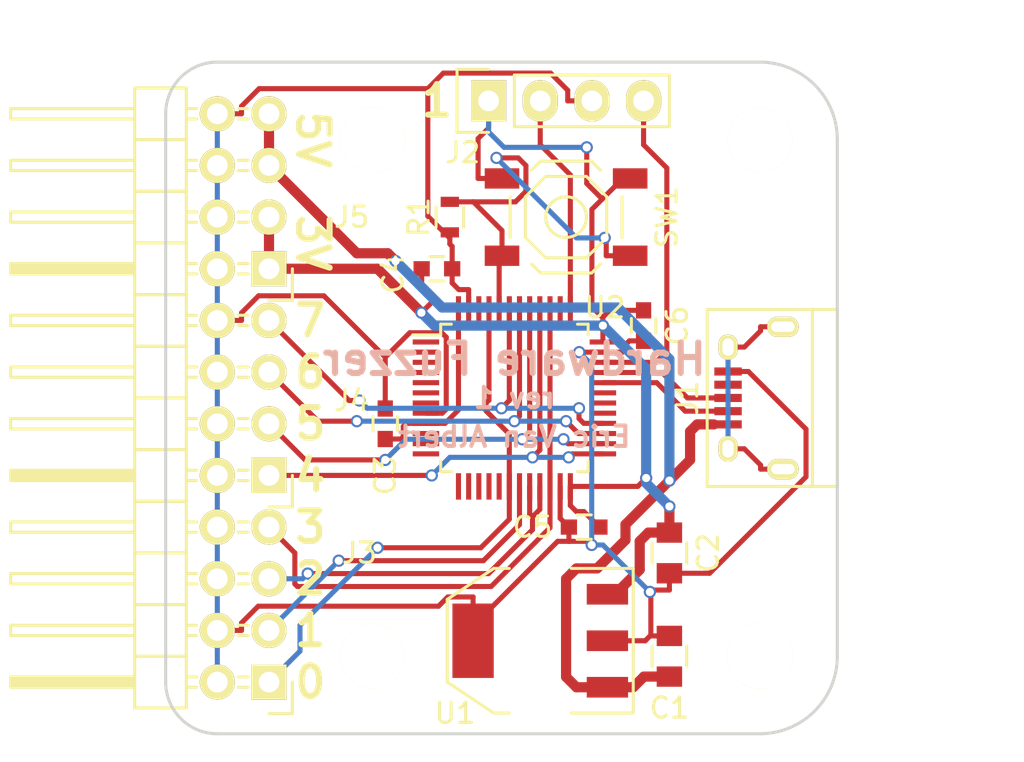
<source format=kicad_pcb>
(kicad_pcb (version 20171130) (host pcbnew "(5.1.12)-1")

  (general
    (thickness 1.6)
    (drawings 22)
    (tracks 301)
    (zones 0)
    (modules 19)
    (nets 39)
  )

  (page A4)
  (layers
    (0 F.Cu signal)
    (31 B.Cu signal)
    (32 B.Adhes user)
    (33 F.Adhes user)
    (34 B.Paste user)
    (35 F.Paste user)
    (36 B.SilkS user)
    (37 F.SilkS user)
    (38 B.Mask user)
    (39 F.Mask user)
    (40 Dwgs.User user)
    (41 Cmts.User user)
    (42 Eco1.User user)
    (43 Eco2.User user)
    (44 Edge.Cuts user)
    (45 Margin user)
    (46 B.CrtYd user)
    (47 F.CrtYd user)
    (48 B.Fab user)
    (49 F.Fab user)
  )

  (setup
    (last_trace_width 0.25)
    (user_trace_width 0.5)
    (trace_clearance 0.2)
    (zone_clearance 0.305)
    (zone_45_only no)
    (trace_min 0.2)
    (via_size 0.6)
    (via_drill 0.4)
    (via_min_size 0.4)
    (via_min_drill 0.3)
    (uvia_size 0.3)
    (uvia_drill 0.1)
    (uvias_allowed no)
    (uvia_min_size 0.2)
    (uvia_min_drill 0.1)
    (edge_width 0.15)
    (segment_width 0.2)
    (pcb_text_width 0.3)
    (pcb_text_size 1.5 1.5)
    (mod_edge_width 0.15)
    (mod_text_size 1 1)
    (mod_text_width 0.15)
    (pad_size 1.524 1.524)
    (pad_drill 0.762)
    (pad_to_mask_clearance 0.2)
    (aux_axis_origin 0 0)
    (grid_origin 160.02 99.06)
    (visible_elements 7FFFFFFF)
    (pcbplotparams
      (layerselection 0x010f0_80000001)
      (usegerberextensions false)
      (usegerberattributes true)
      (usegerberadvancedattributes true)
      (creategerberjobfile true)
      (excludeedgelayer true)
      (linewidth 0.100000)
      (plotframeref false)
      (viasonmask false)
      (mode 1)
      (useauxorigin false)
      (hpglpennumber 1)
      (hpglpenspeed 20)
      (hpglpendiameter 15.000000)
      (psnegative false)
      (psa4output false)
      (plotreference true)
      (plotvalue true)
      (plotinvisibletext false)
      (padsonsilk false)
      (subtractmaskfromsilk false)
      (outputformat 1)
      (mirror false)
      (drillshape 0)
      (scaleselection 1)
      (outputdirectory "gerber/"))
  )

  (net 0 "")
  (net 1 +5V)
  (net 2 GND)
  (net 3 VDD)
  (net 4 /USB_DM)
  (net 5 /USB_DP)
  (net 6 "Net-(J1-Pad4)")
  (net 7 "Net-(J1-Pad6)")
  (net 8 /SWCLK)
  (net 9 /SWDAT)
  (net 10 /D0)
  (net 11 /D1)
  (net 12 /D2)
  (net 13 /D3)
  (net 14 /D4)
  (net 15 /D5)
  (net 16 /D6)
  (net 17 /D7)
  (net 18 /BOOT)
  (net 19 "Net-(U2-Pad1)")
  (net 20 "Net-(U2-Pad2)")
  (net 21 "Net-(U2-Pad3)")
  (net 22 "Net-(U2-Pad4)")
  (net 23 "Net-(U2-Pad5)")
  (net 24 "Net-(U2-Pad6)")
  (net 25 "Net-(U2-Pad7)")
  (net 26 "Net-(U2-Pad10)")
  (net 27 "Net-(U2-Pad11)")
  (net 28 "Net-(U2-Pad12)")
  (net 29 "Net-(U2-Pad13)")
  (net 30 "Net-(U2-Pad14)")
  (net 31 "Net-(U2-Pad15)")
  (net 32 "Net-(U2-Pad16)")
  (net 33 "Net-(U2-Pad17)")
  (net 34 "Net-(U2-Pad29)")
  (net 35 "Net-(U2-Pad30)")
  (net 36 "Net-(U2-Pad31)")
  (net 37 "Net-(U2-Pad38)")
  (net 38 "Net-(U2-Pad46)")

  (net_class Default "This is the default net class."
    (clearance 0.2)
    (trace_width 0.25)
    (via_dia 0.6)
    (via_drill 0.4)
    (uvia_dia 0.3)
    (uvia_drill 0.1)
    (add_net +5V)
    (add_net /BOOT)
    (add_net /D0)
    (add_net /D1)
    (add_net /D2)
    (add_net /D3)
    (add_net /D4)
    (add_net /D5)
    (add_net /D6)
    (add_net /D7)
    (add_net /SWCLK)
    (add_net /SWDAT)
    (add_net /USB_DM)
    (add_net /USB_DP)
    (add_net GND)
    (add_net "Net-(J1-Pad4)")
    (add_net "Net-(J1-Pad6)")
    (add_net "Net-(U2-Pad1)")
    (add_net "Net-(U2-Pad10)")
    (add_net "Net-(U2-Pad11)")
    (add_net "Net-(U2-Pad12)")
    (add_net "Net-(U2-Pad13)")
    (add_net "Net-(U2-Pad14)")
    (add_net "Net-(U2-Pad15)")
    (add_net "Net-(U2-Pad16)")
    (add_net "Net-(U2-Pad17)")
    (add_net "Net-(U2-Pad2)")
    (add_net "Net-(U2-Pad29)")
    (add_net "Net-(U2-Pad3)")
    (add_net "Net-(U2-Pad30)")
    (add_net "Net-(U2-Pad31)")
    (add_net "Net-(U2-Pad38)")
    (add_net "Net-(U2-Pad4)")
    (add_net "Net-(U2-Pad46)")
    (add_net "Net-(U2-Pad5)")
    (add_net "Net-(U2-Pad6)")
    (add_net "Net-(U2-Pad7)")
    (add_net VDD)
  )

  (module Capacitors_SMD:C_0805 (layer F.Cu) (tedit 590006FB) (tstamp 58FFE8FC)
    (at 177.165 100.33 90)
    (descr "Capacitor SMD 0805, reflow soldering, AVX (see smccp.pdf)")
    (tags "capacitor 0805")
    (path /58FFFC13)
    (attr smd)
    (fp_text reference C1 (at -2.54 0 180) (layer F.SilkS)
      (effects (font (size 1 1) (thickness 0.15)))
    )
    (fp_text value 1u (at 0 2.1 90) (layer F.Fab)
      (effects (font (size 1 1) (thickness 0.15)))
    )
    (fp_line (start -1.8 -1) (end 1.8 -1) (layer F.CrtYd) (width 0.05))
    (fp_line (start -1.8 1) (end 1.8 1) (layer F.CrtYd) (width 0.05))
    (fp_line (start -1.8 -1) (end -1.8 1) (layer F.CrtYd) (width 0.05))
    (fp_line (start 1.8 -1) (end 1.8 1) (layer F.CrtYd) (width 0.05))
    (fp_line (start 0.5 -0.85) (end -0.5 -0.85) (layer F.SilkS) (width 0.15))
    (fp_line (start -0.5 0.85) (end 0.5 0.85) (layer F.SilkS) (width 0.15))
    (pad 1 smd rect (at -1 0 90) (size 1 1.25) (layers F.Cu F.Paste F.Mask)
      (net 1 +5V))
    (pad 2 smd rect (at 1 0 90) (size 1 1.25) (layers F.Cu F.Paste F.Mask)
      (net 2 GND))
    (model Capacitors_SMD.3dshapes/C_0805.wrl
      (at (xyz 0 0 0))
      (scale (xyz 1 1 1))
      (rotate (xyz 0 0 0))
    )
  )

  (module Capacitors_SMD:C_0805 (layer F.Cu) (tedit 590006C5) (tstamp 58FFE902)
    (at 177.165 95.25 270)
    (descr "Capacitor SMD 0805, reflow soldering, AVX (see smccp.pdf)")
    (tags "capacitor 0805")
    (path /58FFFCA0)
    (attr smd)
    (fp_text reference C2 (at 0 -1.905 270) (layer F.SilkS)
      (effects (font (size 1 1) (thickness 0.15)))
    )
    (fp_text value 1u (at 0 2.1 270) (layer F.Fab)
      (effects (font (size 1 1) (thickness 0.15)))
    )
    (fp_line (start -1.8 -1) (end 1.8 -1) (layer F.CrtYd) (width 0.05))
    (fp_line (start -1.8 1) (end 1.8 1) (layer F.CrtYd) (width 0.05))
    (fp_line (start -1.8 -1) (end -1.8 1) (layer F.CrtYd) (width 0.05))
    (fp_line (start 1.8 -1) (end 1.8 1) (layer F.CrtYd) (width 0.05))
    (fp_line (start 0.5 -0.85) (end -0.5 -0.85) (layer F.SilkS) (width 0.15))
    (fp_line (start -0.5 0.85) (end 0.5 0.85) (layer F.SilkS) (width 0.15))
    (pad 1 smd rect (at -1 0 270) (size 1 1.25) (layers F.Cu F.Paste F.Mask)
      (net 3 VDD))
    (pad 2 smd rect (at 1 0 270) (size 1 1.25) (layers F.Cu F.Paste F.Mask)
      (net 2 GND))
    (model Capacitors_SMD.3dshapes/C_0805.wrl
      (at (xyz 0 0 0))
      (scale (xyz 1 1 1))
      (rotate (xyz 0 0 0))
    )
  )

  (module Capacitors_SMD:C_0603 (layer F.Cu) (tedit 590005C1) (tstamp 58FFE908)
    (at 163.195 88.9 90)
    (descr "Capacitor SMD 0603, reflow soldering, AVX (see smccp.pdf)")
    (tags "capacitor 0603")
    (path /59000133)
    (attr smd)
    (fp_text reference C3 (at -2.54 0 90) (layer F.SilkS)
      (effects (font (size 1 1) (thickness 0.15)))
    )
    (fp_text value 100n (at 0 1.9 90) (layer F.Fab)
      (effects (font (size 1 1) (thickness 0.15)))
    )
    (fp_line (start -1.45 -0.75) (end 1.45 -0.75) (layer F.CrtYd) (width 0.05))
    (fp_line (start -1.45 0.75) (end 1.45 0.75) (layer F.CrtYd) (width 0.05))
    (fp_line (start -1.45 -0.75) (end -1.45 0.75) (layer F.CrtYd) (width 0.05))
    (fp_line (start 1.45 -0.75) (end 1.45 0.75) (layer F.CrtYd) (width 0.05))
    (fp_line (start -0.35 -0.6) (end 0.35 -0.6) (layer F.SilkS) (width 0.15))
    (fp_line (start 0.35 0.6) (end -0.35 0.6) (layer F.SilkS) (width 0.15))
    (pad 1 smd rect (at -0.75 0 90) (size 0.8 0.75) (layers F.Cu F.Paste F.Mask)
      (net 3 VDD))
    (pad 2 smd rect (at 0.75 0 90) (size 0.8 0.75) (layers F.Cu F.Paste F.Mask)
      (net 2 GND))
    (model Capacitors_SMD.3dshapes/C_0603.wrl
      (at (xyz 0 0 0))
      (scale (xyz 1 1 1))
      (rotate (xyz 0 0 0))
    )
  )

  (module Capacitors_SMD:C_0603 (layer F.Cu) (tedit 59000616) (tstamp 58FFE90E)
    (at 165.735 81.28)
    (descr "Capacitor SMD 0603, reflow soldering, AVX (see smccp.pdf)")
    (tags "capacitor 0603")
    (path /59000309)
    (attr smd)
    (fp_text reference C4 (at -2.159 0.254 90) (layer F.SilkS)
      (effects (font (size 1 1) (thickness 0.15)))
    )
    (fp_text value 100n (at 0 1.9) (layer F.Fab)
      (effects (font (size 1 1) (thickness 0.15)))
    )
    (fp_line (start -1.45 -0.75) (end 1.45 -0.75) (layer F.CrtYd) (width 0.05))
    (fp_line (start -1.45 0.75) (end 1.45 0.75) (layer F.CrtYd) (width 0.05))
    (fp_line (start -1.45 -0.75) (end -1.45 0.75) (layer F.CrtYd) (width 0.05))
    (fp_line (start 1.45 -0.75) (end 1.45 0.75) (layer F.CrtYd) (width 0.05))
    (fp_line (start -0.35 -0.6) (end 0.35 -0.6) (layer F.SilkS) (width 0.15))
    (fp_line (start 0.35 0.6) (end -0.35 0.6) (layer F.SilkS) (width 0.15))
    (pad 1 smd rect (at -0.75 0) (size 0.8 0.75) (layers F.Cu F.Paste F.Mask)
      (net 3 VDD))
    (pad 2 smd rect (at 0.75 0) (size 0.8 0.75) (layers F.Cu F.Paste F.Mask)
      (net 2 GND))
    (model Capacitors_SMD.3dshapes/C_0603.wrl
      (at (xyz 0 0 0))
      (scale (xyz 1 1 1))
      (rotate (xyz 0 0 0))
    )
  )

  (module Capacitors_SMD:C_0603 (layer F.Cu) (tedit 590006C2) (tstamp 58FFE914)
    (at 172.974 93.98 180)
    (descr "Capacitor SMD 0603, reflow soldering, AVX (see smccp.pdf)")
    (tags "capacitor 0603")
    (path /59000420)
    (attr smd)
    (fp_text reference C5 (at 2.54 0 180) (layer F.SilkS)
      (effects (font (size 1 1) (thickness 0.15)))
    )
    (fp_text value 100n (at 0 1.9 180) (layer F.Fab)
      (effects (font (size 1 1) (thickness 0.15)))
    )
    (fp_line (start -1.45 -0.75) (end 1.45 -0.75) (layer F.CrtYd) (width 0.05))
    (fp_line (start -1.45 0.75) (end 1.45 0.75) (layer F.CrtYd) (width 0.05))
    (fp_line (start -1.45 -0.75) (end -1.45 0.75) (layer F.CrtYd) (width 0.05))
    (fp_line (start 1.45 -0.75) (end 1.45 0.75) (layer F.CrtYd) (width 0.05))
    (fp_line (start -0.35 -0.6) (end 0.35 -0.6) (layer F.SilkS) (width 0.15))
    (fp_line (start 0.35 0.6) (end -0.35 0.6) (layer F.SilkS) (width 0.15))
    (pad 1 smd rect (at -0.75 0 180) (size 0.8 0.75) (layers F.Cu F.Paste F.Mask)
      (net 3 VDD))
    (pad 2 smd rect (at 0.75 0 180) (size 0.8 0.75) (layers F.Cu F.Paste F.Mask)
      (net 2 GND))
    (model Capacitors_SMD.3dshapes/C_0603.wrl
      (at (xyz 0 0 0))
      (scale (xyz 1 1 1))
      (rotate (xyz 0 0 0))
    )
  )

  (module Capacitors_SMD:C_0603 (layer F.Cu) (tedit 590006BB) (tstamp 58FFE91A)
    (at 175.895 84.074 270)
    (descr "Capacitor SMD 0603, reflow soldering, AVX (see smccp.pdf)")
    (tags "capacitor 0603")
    (path /590005AC)
    (attr smd)
    (fp_text reference C6 (at 0 -1.651 270) (layer F.SilkS)
      (effects (font (size 1 1) (thickness 0.15)))
    )
    (fp_text value 100n (at 0 1.9 270) (layer F.Fab)
      (effects (font (size 1 1) (thickness 0.15)))
    )
    (fp_line (start -1.45 -0.75) (end 1.45 -0.75) (layer F.CrtYd) (width 0.05))
    (fp_line (start -1.45 0.75) (end 1.45 0.75) (layer F.CrtYd) (width 0.05))
    (fp_line (start -1.45 -0.75) (end -1.45 0.75) (layer F.CrtYd) (width 0.05))
    (fp_line (start 1.45 -0.75) (end 1.45 0.75) (layer F.CrtYd) (width 0.05))
    (fp_line (start -0.35 -0.6) (end 0.35 -0.6) (layer F.SilkS) (width 0.15))
    (fp_line (start 0.35 0.6) (end -0.35 0.6) (layer F.SilkS) (width 0.15))
    (pad 1 smd rect (at -0.75 0 270) (size 0.8 0.75) (layers F.Cu F.Paste F.Mask)
      (net 3 VDD))
    (pad 2 smd rect (at 0.75 0 270) (size 0.8 0.75) (layers F.Cu F.Paste F.Mask)
      (net 2 GND))
    (model Capacitors_SMD.3dshapes/C_0603.wrl
      (at (xyz 0 0 0))
      (scale (xyz 1 1 1))
      (rotate (xyz 0 0 0))
    )
  )

  (module Connect:USB_Micro-B (layer F.Cu) (tedit 590006B7) (tstamp 58FFE927)
    (at 181.61 87.63 90)
    (descr "Micro USB Type B Receptacle")
    (tags "USB USB_B USB_micro USB_OTG")
    (path /58FFDDE4)
    (attr smd)
    (fp_text reference J1 (at 0 -3.556 90) (layer F.SilkS)
      (effects (font (size 1 1) (thickness 0.15)))
    )
    (fp_text value USB_OTG (at 0 4.8 90) (layer F.Fab)
      (effects (font (size 1 1) (thickness 0.15)))
    )
    (fp_line (start -4.6 -2.8) (end 4.6 -2.8) (layer F.CrtYd) (width 0.05))
    (fp_line (start 4.6 -2.8) (end 4.6 4.05) (layer F.CrtYd) (width 0.05))
    (fp_line (start 4.6 4.05) (end -4.6 4.05) (layer F.CrtYd) (width 0.05))
    (fp_line (start -4.6 4.05) (end -4.6 -2.8) (layer F.CrtYd) (width 0.05))
    (fp_line (start -4.3509 3.81746) (end 4.3491 3.81746) (layer F.SilkS) (width 0.15))
    (fp_line (start -4.3509 -2.58754) (end 4.3491 -2.58754) (layer F.SilkS) (width 0.15))
    (fp_line (start 4.3491 -2.58754) (end 4.3491 3.81746) (layer F.SilkS) (width 0.15))
    (fp_line (start 4.3491 2.58746) (end -4.3509 2.58746) (layer F.SilkS) (width 0.15))
    (fp_line (start -4.3509 3.81746) (end -4.3509 -2.58754) (layer F.SilkS) (width 0.15))
    (pad 1 smd rect (at -1.3009 -1.56254 180) (size 1.35 0.4) (layers F.Cu F.Paste F.Mask)
      (net 1 +5V))
    (pad 2 smd rect (at -0.6509 -1.56254 180) (size 1.35 0.4) (layers F.Cu F.Paste F.Mask)
      (net 4 /USB_DM))
    (pad 3 smd rect (at -0.0009 -1.56254 180) (size 1.35 0.4) (layers F.Cu F.Paste F.Mask)
      (net 5 /USB_DP))
    (pad 4 smd rect (at 0.6491 -1.56254 180) (size 1.35 0.4) (layers F.Cu F.Paste F.Mask)
      (net 6 "Net-(J1-Pad4)"))
    (pad 5 smd rect (at 1.2991 -1.56254 180) (size 1.35 0.4) (layers F.Cu F.Paste F.Mask)
      (net 2 GND))
    (pad 6 thru_hole oval (at -2.5009 -1.56254 180) (size 0.95 1.25) (drill oval 0.55 0.85) (layers *.Cu *.Mask F.SilkS)
      (net 7 "Net-(J1-Pad6)"))
    (pad 6 thru_hole oval (at 2.4991 -1.56254 180) (size 0.95 1.25) (drill oval 0.55 0.85) (layers *.Cu *.Mask F.SilkS)
      (net 7 "Net-(J1-Pad6)"))
    (pad 6 thru_hole oval (at -3.5009 1.13746 180) (size 1.55 1) (drill oval 1.15 0.5) (layers *.Cu *.Mask F.SilkS)
      (net 7 "Net-(J1-Pad6)"))
    (pad 6 thru_hole oval (at 3.4991 1.13746 180) (size 1.55 1) (drill oval 1.15 0.5) (layers *.Cu *.Mask F.SilkS)
      (net 7 "Net-(J1-Pad6)"))
  )

  (module Pin_Headers:Pin_Header_Straight_1x04 (layer F.Cu) (tedit 590005FC) (tstamp 58FFE92F)
    (at 168.275 73.025 90)
    (descr "Through hole pin header")
    (tags "pin header")
    (path /59000C1A)
    (fp_text reference J2 (at -2.54 -1.27 180) (layer F.SilkS)
      (effects (font (size 1 1) (thickness 0.15)))
    )
    (fp_text value CONN_01X04 (at 0 -3.1 90) (layer F.Fab)
      (effects (font (size 1 1) (thickness 0.15)))
    )
    (fp_line (start -1.75 -1.75) (end -1.75 9.4) (layer F.CrtYd) (width 0.05))
    (fp_line (start 1.75 -1.75) (end 1.75 9.4) (layer F.CrtYd) (width 0.05))
    (fp_line (start -1.75 -1.75) (end 1.75 -1.75) (layer F.CrtYd) (width 0.05))
    (fp_line (start -1.75 9.4) (end 1.75 9.4) (layer F.CrtYd) (width 0.05))
    (fp_line (start -1.27 1.27) (end -1.27 8.89) (layer F.SilkS) (width 0.15))
    (fp_line (start 1.27 1.27) (end 1.27 8.89) (layer F.SilkS) (width 0.15))
    (fp_line (start 1.55 -1.55) (end 1.55 0) (layer F.SilkS) (width 0.15))
    (fp_line (start -1.27 8.89) (end 1.27 8.89) (layer F.SilkS) (width 0.15))
    (fp_line (start 1.27 1.27) (end -1.27 1.27) (layer F.SilkS) (width 0.15))
    (fp_line (start -1.55 0) (end -1.55 -1.55) (layer F.SilkS) (width 0.15))
    (fp_line (start -1.55 -1.55) (end 1.55 -1.55) (layer F.SilkS) (width 0.15))
    (pad 1 thru_hole rect (at 0 0 90) (size 2.032 1.7272) (drill 1.016) (layers *.Cu *.Mask F.SilkS)
      (net 3 VDD))
    (pad 2 thru_hole oval (at 0 2.54 90) (size 2.032 1.7272) (drill 1.016) (layers *.Cu *.Mask F.SilkS)
      (net 8 /SWCLK))
    (pad 3 thru_hole oval (at 0 5.08 90) (size 2.032 1.7272) (drill 1.016) (layers *.Cu *.Mask F.SilkS)
      (net 2 GND))
    (pad 4 thru_hole oval (at 0 7.62 90) (size 2.032 1.7272) (drill 1.016) (layers *.Cu *.Mask F.SilkS)
      (net 9 /SWDAT))
    (model Pin_Headers.3dshapes/Pin_Header_Straight_1x04.wrl
      (offset (xyz 0 -3.809999942779541 0))
      (scale (xyz 1 1 1))
      (rotate (xyz 0 0 90))
    )
  )

  (module Pin_Headers:Pin_Header_Angled_2x04 (layer F.Cu) (tedit 59000775) (tstamp 58FFE93B)
    (at 157.48 101.6 180)
    (descr "Through hole pin header")
    (tags "pin header")
    (path /59000F79)
    (fp_text reference J3 (at -4.445 6.35) (layer F.SilkS)
      (effects (font (size 1 1) (thickness 0.15)))
    )
    (fp_text value CONN_02X04 (at 0 -3.1 180) (layer F.Fab)
      (effects (font (size 1 1) (thickness 0.15)))
    )
    (fp_line (start 0 -1.55) (end -1.15 -1.55) (layer F.SilkS) (width 0.15))
    (fp_line (start -1.15 -1.55) (end -1.15 0) (layer F.SilkS) (width 0.15))
    (fp_line (start -1.35 -1.75) (end -1.35 9.4) (layer F.CrtYd) (width 0.05))
    (fp_line (start 13.2 -1.75) (end 13.2 9.4) (layer F.CrtYd) (width 0.05))
    (fp_line (start -1.35 -1.75) (end 13.2 -1.75) (layer F.CrtYd) (width 0.05))
    (fp_line (start -1.35 9.4) (end 13.2 9.4) (layer F.CrtYd) (width 0.05))
    (fp_line (start 1.524 7.874) (end 1.016 7.874) (layer F.SilkS) (width 0.15))
    (fp_line (start 1.524 7.366) (end 1.016 7.366) (layer F.SilkS) (width 0.15))
    (fp_line (start 1.524 5.334) (end 1.016 5.334) (layer F.SilkS) (width 0.15))
    (fp_line (start 1.524 4.826) (end 1.016 4.826) (layer F.SilkS) (width 0.15))
    (fp_line (start 1.524 2.794) (end 1.016 2.794) (layer F.SilkS) (width 0.15))
    (fp_line (start 1.524 2.286) (end 1.016 2.286) (layer F.SilkS) (width 0.15))
    (fp_line (start 1.524 0.254) (end 1.016 0.254) (layer F.SilkS) (width 0.15))
    (fp_line (start 1.524 -0.254) (end 1.016 -0.254) (layer F.SilkS) (width 0.15))
    (fp_line (start 4.064 -0.254) (end 3.556 -0.254) (layer F.SilkS) (width 0.15))
    (fp_line (start 4.064 0.254) (end 3.556 0.254) (layer F.SilkS) (width 0.15))
    (fp_line (start 4.064 2.286) (end 3.556 2.286) (layer F.SilkS) (width 0.15))
    (fp_line (start 4.064 2.794) (end 3.556 2.794) (layer F.SilkS) (width 0.15))
    (fp_line (start 4.064 7.874) (end 3.556 7.874) (layer F.SilkS) (width 0.15))
    (fp_line (start 4.064 7.366) (end 3.556 7.366) (layer F.SilkS) (width 0.15))
    (fp_line (start 4.064 5.334) (end 3.556 5.334) (layer F.SilkS) (width 0.15))
    (fp_line (start 4.064 4.826) (end 3.556 4.826) (layer F.SilkS) (width 0.15))
    (fp_line (start 6.604 -0.127) (end 12.573 -0.127) (layer F.SilkS) (width 0.15))
    (fp_line (start 12.573 -0.127) (end 12.573 0.127) (layer F.SilkS) (width 0.15))
    (fp_line (start 12.573 0.127) (end 6.731 0.127) (layer F.SilkS) (width 0.15))
    (fp_line (start 6.731 0.127) (end 6.731 0) (layer F.SilkS) (width 0.15))
    (fp_line (start 6.731 0) (end 12.573 0) (layer F.SilkS) (width 0.15))
    (fp_line (start 4.064 8.89) (end 6.604 8.89) (layer F.SilkS) (width 0.15))
    (fp_line (start 4.064 3.81) (end 6.604 3.81) (layer F.SilkS) (width 0.15))
    (fp_line (start 4.064 3.81) (end 4.064 6.35) (layer F.SilkS) (width 0.15))
    (fp_line (start 4.064 6.35) (end 6.604 6.35) (layer F.SilkS) (width 0.15))
    (fp_line (start 6.604 4.826) (end 12.7 4.826) (layer F.SilkS) (width 0.15))
    (fp_line (start 12.7 4.826) (end 12.7 5.334) (layer F.SilkS) (width 0.15))
    (fp_line (start 12.7 5.334) (end 6.604 5.334) (layer F.SilkS) (width 0.15))
    (fp_line (start 6.604 6.35) (end 6.604 3.81) (layer F.SilkS) (width 0.15))
    (fp_line (start 6.604 8.89) (end 6.604 6.35) (layer F.SilkS) (width 0.15))
    (fp_line (start 12.7 7.874) (end 6.604 7.874) (layer F.SilkS) (width 0.15))
    (fp_line (start 12.7 7.366) (end 12.7 7.874) (layer F.SilkS) (width 0.15))
    (fp_line (start 6.604 7.366) (end 12.7 7.366) (layer F.SilkS) (width 0.15))
    (fp_line (start 4.064 8.89) (end 6.604 8.89) (layer F.SilkS) (width 0.15))
    (fp_line (start 4.064 6.35) (end 4.064 8.89) (layer F.SilkS) (width 0.15))
    (fp_line (start 4.064 6.35) (end 6.604 6.35) (layer F.SilkS) (width 0.15))
    (fp_line (start 4.064 1.27) (end 6.604 1.27) (layer F.SilkS) (width 0.15))
    (fp_line (start 4.064 1.27) (end 4.064 3.81) (layer F.SilkS) (width 0.15))
    (fp_line (start 4.064 3.81) (end 6.604 3.81) (layer F.SilkS) (width 0.15))
    (fp_line (start 6.604 2.286) (end 12.7 2.286) (layer F.SilkS) (width 0.15))
    (fp_line (start 12.7 2.286) (end 12.7 2.794) (layer F.SilkS) (width 0.15))
    (fp_line (start 12.7 2.794) (end 6.604 2.794) (layer F.SilkS) (width 0.15))
    (fp_line (start 6.604 3.81) (end 6.604 1.27) (layer F.SilkS) (width 0.15))
    (fp_line (start 6.604 1.27) (end 6.604 -1.27) (layer F.SilkS) (width 0.15))
    (fp_line (start 12.7 0.254) (end 6.604 0.254) (layer F.SilkS) (width 0.15))
    (fp_line (start 12.7 -0.254) (end 12.7 0.254) (layer F.SilkS) (width 0.15))
    (fp_line (start 6.604 -0.254) (end 12.7 -0.254) (layer F.SilkS) (width 0.15))
    (fp_line (start 4.064 1.27) (end 6.604 1.27) (layer F.SilkS) (width 0.15))
    (fp_line (start 4.064 -1.27) (end 4.064 1.27) (layer F.SilkS) (width 0.15))
    (fp_line (start 4.064 -1.27) (end 6.604 -1.27) (layer F.SilkS) (width 0.15))
    (pad 1 thru_hole rect (at 0 0 180) (size 1.7272 1.7272) (drill 1.016) (layers *.Cu *.Mask F.SilkS)
      (net 10 /D0))
    (pad 2 thru_hole oval (at 2.54 0 180) (size 1.7272 1.7272) (drill 1.016) (layers *.Cu *.Mask F.SilkS)
      (net 2 GND))
    (pad 3 thru_hole oval (at 0 2.54 180) (size 1.7272 1.7272) (drill 1.016) (layers *.Cu *.Mask F.SilkS)
      (net 11 /D1))
    (pad 4 thru_hole oval (at 2.54 2.54 180) (size 1.7272 1.7272) (drill 1.016) (layers *.Cu *.Mask F.SilkS)
      (net 2 GND))
    (pad 5 thru_hole oval (at 0 5.08 180) (size 1.7272 1.7272) (drill 1.016) (layers *.Cu *.Mask F.SilkS)
      (net 12 /D2))
    (pad 6 thru_hole oval (at 2.54 5.08 180) (size 1.7272 1.7272) (drill 1.016) (layers *.Cu *.Mask F.SilkS)
      (net 2 GND))
    (pad 7 thru_hole oval (at 0 7.62 180) (size 1.7272 1.7272) (drill 1.016) (layers *.Cu *.Mask F.SilkS)
      (net 13 /D3))
    (pad 8 thru_hole oval (at 2.54 7.62 180) (size 1.7272 1.7272) (drill 1.016) (layers *.Cu *.Mask F.SilkS)
      (net 2 GND))
    (model Pin_Headers.3dshapes/Pin_Header_Angled_2x04.wrl
      (offset (xyz 1.269999980926514 -3.809999942779541 0))
      (scale (xyz 1 1 1))
      (rotate (xyz 0 0 90))
    )
  )

  (module Pin_Headers:Pin_Header_Angled_2x04 (layer F.Cu) (tedit 590007DE) (tstamp 58FFE947)
    (at 157.48 91.44 180)
    (descr "Through hole pin header")
    (tags "pin header")
    (path /5900100B)
    (fp_text reference J4 (at -4.064 3.683 180) (layer F.SilkS)
      (effects (font (size 1 1) (thickness 0.15)))
    )
    (fp_text value CONN_02X04 (at 0 -3.1 180) (layer F.Fab)
      (effects (font (size 1 1) (thickness 0.15)))
    )
    (fp_line (start 0 -1.55) (end -1.15 -1.55) (layer F.SilkS) (width 0.15))
    (fp_line (start -1.15 -1.55) (end -1.15 0) (layer F.SilkS) (width 0.15))
    (fp_line (start -1.35 -1.75) (end -1.35 9.4) (layer F.CrtYd) (width 0.05))
    (fp_line (start 13.2 -1.75) (end 13.2 9.4) (layer F.CrtYd) (width 0.05))
    (fp_line (start -1.35 -1.75) (end 13.2 -1.75) (layer F.CrtYd) (width 0.05))
    (fp_line (start -1.35 9.4) (end 13.2 9.4) (layer F.CrtYd) (width 0.05))
    (fp_line (start 1.524 7.874) (end 1.016 7.874) (layer F.SilkS) (width 0.15))
    (fp_line (start 1.524 7.366) (end 1.016 7.366) (layer F.SilkS) (width 0.15))
    (fp_line (start 1.524 5.334) (end 1.016 5.334) (layer F.SilkS) (width 0.15))
    (fp_line (start 1.524 4.826) (end 1.016 4.826) (layer F.SilkS) (width 0.15))
    (fp_line (start 1.524 2.794) (end 1.016 2.794) (layer F.SilkS) (width 0.15))
    (fp_line (start 1.524 2.286) (end 1.016 2.286) (layer F.SilkS) (width 0.15))
    (fp_line (start 1.524 0.254) (end 1.016 0.254) (layer F.SilkS) (width 0.15))
    (fp_line (start 1.524 -0.254) (end 1.016 -0.254) (layer F.SilkS) (width 0.15))
    (fp_line (start 4.064 -0.254) (end 3.556 -0.254) (layer F.SilkS) (width 0.15))
    (fp_line (start 4.064 0.254) (end 3.556 0.254) (layer F.SilkS) (width 0.15))
    (fp_line (start 4.064 2.286) (end 3.556 2.286) (layer F.SilkS) (width 0.15))
    (fp_line (start 4.064 2.794) (end 3.556 2.794) (layer F.SilkS) (width 0.15))
    (fp_line (start 4.064 7.874) (end 3.556 7.874) (layer F.SilkS) (width 0.15))
    (fp_line (start 4.064 7.366) (end 3.556 7.366) (layer F.SilkS) (width 0.15))
    (fp_line (start 4.064 5.334) (end 3.556 5.334) (layer F.SilkS) (width 0.15))
    (fp_line (start 4.064 4.826) (end 3.556 4.826) (layer F.SilkS) (width 0.15))
    (fp_line (start 6.604 -0.127) (end 12.573 -0.127) (layer F.SilkS) (width 0.15))
    (fp_line (start 12.573 -0.127) (end 12.573 0.127) (layer F.SilkS) (width 0.15))
    (fp_line (start 12.573 0.127) (end 6.731 0.127) (layer F.SilkS) (width 0.15))
    (fp_line (start 6.731 0.127) (end 6.731 0) (layer F.SilkS) (width 0.15))
    (fp_line (start 6.731 0) (end 12.573 0) (layer F.SilkS) (width 0.15))
    (fp_line (start 4.064 8.89) (end 6.604 8.89) (layer F.SilkS) (width 0.15))
    (fp_line (start 4.064 3.81) (end 6.604 3.81) (layer F.SilkS) (width 0.15))
    (fp_line (start 4.064 3.81) (end 4.064 6.35) (layer F.SilkS) (width 0.15))
    (fp_line (start 4.064 6.35) (end 6.604 6.35) (layer F.SilkS) (width 0.15))
    (fp_line (start 6.604 4.826) (end 12.7 4.826) (layer F.SilkS) (width 0.15))
    (fp_line (start 12.7 4.826) (end 12.7 5.334) (layer F.SilkS) (width 0.15))
    (fp_line (start 12.7 5.334) (end 6.604 5.334) (layer F.SilkS) (width 0.15))
    (fp_line (start 6.604 6.35) (end 6.604 3.81) (layer F.SilkS) (width 0.15))
    (fp_line (start 6.604 8.89) (end 6.604 6.35) (layer F.SilkS) (width 0.15))
    (fp_line (start 12.7 7.874) (end 6.604 7.874) (layer F.SilkS) (width 0.15))
    (fp_line (start 12.7 7.366) (end 12.7 7.874) (layer F.SilkS) (width 0.15))
    (fp_line (start 6.604 7.366) (end 12.7 7.366) (layer F.SilkS) (width 0.15))
    (fp_line (start 4.064 8.89) (end 6.604 8.89) (layer F.SilkS) (width 0.15))
    (fp_line (start 4.064 6.35) (end 4.064 8.89) (layer F.SilkS) (width 0.15))
    (fp_line (start 4.064 6.35) (end 6.604 6.35) (layer F.SilkS) (width 0.15))
    (fp_line (start 4.064 1.27) (end 6.604 1.27) (layer F.SilkS) (width 0.15))
    (fp_line (start 4.064 1.27) (end 4.064 3.81) (layer F.SilkS) (width 0.15))
    (fp_line (start 4.064 3.81) (end 6.604 3.81) (layer F.SilkS) (width 0.15))
    (fp_line (start 6.604 2.286) (end 12.7 2.286) (layer F.SilkS) (width 0.15))
    (fp_line (start 12.7 2.286) (end 12.7 2.794) (layer F.SilkS) (width 0.15))
    (fp_line (start 12.7 2.794) (end 6.604 2.794) (layer F.SilkS) (width 0.15))
    (fp_line (start 6.604 3.81) (end 6.604 1.27) (layer F.SilkS) (width 0.15))
    (fp_line (start 6.604 1.27) (end 6.604 -1.27) (layer F.SilkS) (width 0.15))
    (fp_line (start 12.7 0.254) (end 6.604 0.254) (layer F.SilkS) (width 0.15))
    (fp_line (start 12.7 -0.254) (end 12.7 0.254) (layer F.SilkS) (width 0.15))
    (fp_line (start 6.604 -0.254) (end 12.7 -0.254) (layer F.SilkS) (width 0.15))
    (fp_line (start 4.064 1.27) (end 6.604 1.27) (layer F.SilkS) (width 0.15))
    (fp_line (start 4.064 -1.27) (end 4.064 1.27) (layer F.SilkS) (width 0.15))
    (fp_line (start 4.064 -1.27) (end 6.604 -1.27) (layer F.SilkS) (width 0.15))
    (pad 1 thru_hole rect (at 0 0 180) (size 1.7272 1.7272) (drill 1.016) (layers *.Cu *.Mask F.SilkS)
      (net 14 /D4))
    (pad 2 thru_hole oval (at 2.54 0 180) (size 1.7272 1.7272) (drill 1.016) (layers *.Cu *.Mask F.SilkS)
      (net 2 GND))
    (pad 3 thru_hole oval (at 0 2.54 180) (size 1.7272 1.7272) (drill 1.016) (layers *.Cu *.Mask F.SilkS)
      (net 15 /D5))
    (pad 4 thru_hole oval (at 2.54 2.54 180) (size 1.7272 1.7272) (drill 1.016) (layers *.Cu *.Mask F.SilkS)
      (net 2 GND))
    (pad 5 thru_hole oval (at 0 5.08 180) (size 1.7272 1.7272) (drill 1.016) (layers *.Cu *.Mask F.SilkS)
      (net 16 /D6))
    (pad 6 thru_hole oval (at 2.54 5.08 180) (size 1.7272 1.7272) (drill 1.016) (layers *.Cu *.Mask F.SilkS)
      (net 2 GND))
    (pad 7 thru_hole oval (at 0 7.62 180) (size 1.7272 1.7272) (drill 1.016) (layers *.Cu *.Mask F.SilkS)
      (net 17 /D7))
    (pad 8 thru_hole oval (at 2.54 7.62 180) (size 1.7272 1.7272) (drill 1.016) (layers *.Cu *.Mask F.SilkS)
      (net 2 GND))
    (model Pin_Headers.3dshapes/Pin_Header_Angled_2x04.wrl
      (offset (xyz 1.269999980926514 -3.809999942779541 0))
      (scale (xyz 1 1 1))
      (rotate (xyz 0 0 90))
    )
  )

  (module Pin_Headers:Pin_Header_Angled_2x04 (layer F.Cu) (tedit 7FFFFFFF) (tstamp 58FFE953)
    (at 157.48 81.28 180)
    (descr "Through hole pin header")
    (tags "pin header")
    (path /590010D9)
    (fp_text reference J5 (at -4.064 2.54) (layer F.SilkS)
      (effects (font (size 1 1) (thickness 0.15)))
    )
    (fp_text value CONN_02X04 (at 0 -3.1 180) (layer F.Fab)
      (effects (font (size 1 1) (thickness 0.15)))
    )
    (fp_line (start 0 -1.55) (end -1.15 -1.55) (layer F.SilkS) (width 0.15))
    (fp_line (start -1.15 -1.55) (end -1.15 0) (layer F.SilkS) (width 0.15))
    (fp_line (start -1.35 -1.75) (end -1.35 9.4) (layer F.CrtYd) (width 0.05))
    (fp_line (start 13.2 -1.75) (end 13.2 9.4) (layer F.CrtYd) (width 0.05))
    (fp_line (start -1.35 -1.75) (end 13.2 -1.75) (layer F.CrtYd) (width 0.05))
    (fp_line (start -1.35 9.4) (end 13.2 9.4) (layer F.CrtYd) (width 0.05))
    (fp_line (start 1.524 7.874) (end 1.016 7.874) (layer F.SilkS) (width 0.15))
    (fp_line (start 1.524 7.366) (end 1.016 7.366) (layer F.SilkS) (width 0.15))
    (fp_line (start 1.524 5.334) (end 1.016 5.334) (layer F.SilkS) (width 0.15))
    (fp_line (start 1.524 4.826) (end 1.016 4.826) (layer F.SilkS) (width 0.15))
    (fp_line (start 1.524 2.794) (end 1.016 2.794) (layer F.SilkS) (width 0.15))
    (fp_line (start 1.524 2.286) (end 1.016 2.286) (layer F.SilkS) (width 0.15))
    (fp_line (start 1.524 0.254) (end 1.016 0.254) (layer F.SilkS) (width 0.15))
    (fp_line (start 1.524 -0.254) (end 1.016 -0.254) (layer F.SilkS) (width 0.15))
    (fp_line (start 4.064 -0.254) (end 3.556 -0.254) (layer F.SilkS) (width 0.15))
    (fp_line (start 4.064 0.254) (end 3.556 0.254) (layer F.SilkS) (width 0.15))
    (fp_line (start 4.064 2.286) (end 3.556 2.286) (layer F.SilkS) (width 0.15))
    (fp_line (start 4.064 2.794) (end 3.556 2.794) (layer F.SilkS) (width 0.15))
    (fp_line (start 4.064 7.874) (end 3.556 7.874) (layer F.SilkS) (width 0.15))
    (fp_line (start 4.064 7.366) (end 3.556 7.366) (layer F.SilkS) (width 0.15))
    (fp_line (start 4.064 5.334) (end 3.556 5.334) (layer F.SilkS) (width 0.15))
    (fp_line (start 4.064 4.826) (end 3.556 4.826) (layer F.SilkS) (width 0.15))
    (fp_line (start 6.604 -0.127) (end 12.573 -0.127) (layer F.SilkS) (width 0.15))
    (fp_line (start 12.573 -0.127) (end 12.573 0.127) (layer F.SilkS) (width 0.15))
    (fp_line (start 12.573 0.127) (end 6.731 0.127) (layer F.SilkS) (width 0.15))
    (fp_line (start 6.731 0.127) (end 6.731 0) (layer F.SilkS) (width 0.15))
    (fp_line (start 6.731 0) (end 12.573 0) (layer F.SilkS) (width 0.15))
    (fp_line (start 4.064 8.89) (end 6.604 8.89) (layer F.SilkS) (width 0.15))
    (fp_line (start 4.064 3.81) (end 6.604 3.81) (layer F.SilkS) (width 0.15))
    (fp_line (start 4.064 3.81) (end 4.064 6.35) (layer F.SilkS) (width 0.15))
    (fp_line (start 4.064 6.35) (end 6.604 6.35) (layer F.SilkS) (width 0.15))
    (fp_line (start 6.604 4.826) (end 12.7 4.826) (layer F.SilkS) (width 0.15))
    (fp_line (start 12.7 4.826) (end 12.7 5.334) (layer F.SilkS) (width 0.15))
    (fp_line (start 12.7 5.334) (end 6.604 5.334) (layer F.SilkS) (width 0.15))
    (fp_line (start 6.604 6.35) (end 6.604 3.81) (layer F.SilkS) (width 0.15))
    (fp_line (start 6.604 8.89) (end 6.604 6.35) (layer F.SilkS) (width 0.15))
    (fp_line (start 12.7 7.874) (end 6.604 7.874) (layer F.SilkS) (width 0.15))
    (fp_line (start 12.7 7.366) (end 12.7 7.874) (layer F.SilkS) (width 0.15))
    (fp_line (start 6.604 7.366) (end 12.7 7.366) (layer F.SilkS) (width 0.15))
    (fp_line (start 4.064 8.89) (end 6.604 8.89) (layer F.SilkS) (width 0.15))
    (fp_line (start 4.064 6.35) (end 4.064 8.89) (layer F.SilkS) (width 0.15))
    (fp_line (start 4.064 6.35) (end 6.604 6.35) (layer F.SilkS) (width 0.15))
    (fp_line (start 4.064 1.27) (end 6.604 1.27) (layer F.SilkS) (width 0.15))
    (fp_line (start 4.064 1.27) (end 4.064 3.81) (layer F.SilkS) (width 0.15))
    (fp_line (start 4.064 3.81) (end 6.604 3.81) (layer F.SilkS) (width 0.15))
    (fp_line (start 6.604 2.286) (end 12.7 2.286) (layer F.SilkS) (width 0.15))
    (fp_line (start 12.7 2.286) (end 12.7 2.794) (layer F.SilkS) (width 0.15))
    (fp_line (start 12.7 2.794) (end 6.604 2.794) (layer F.SilkS) (width 0.15))
    (fp_line (start 6.604 3.81) (end 6.604 1.27) (layer F.SilkS) (width 0.15))
    (fp_line (start 6.604 1.27) (end 6.604 -1.27) (layer F.SilkS) (width 0.15))
    (fp_line (start 12.7 0.254) (end 6.604 0.254) (layer F.SilkS) (width 0.15))
    (fp_line (start 12.7 -0.254) (end 12.7 0.254) (layer F.SilkS) (width 0.15))
    (fp_line (start 6.604 -0.254) (end 12.7 -0.254) (layer F.SilkS) (width 0.15))
    (fp_line (start 4.064 1.27) (end 6.604 1.27) (layer F.SilkS) (width 0.15))
    (fp_line (start 4.064 -1.27) (end 4.064 1.27) (layer F.SilkS) (width 0.15))
    (fp_line (start 4.064 -1.27) (end 6.604 -1.27) (layer F.SilkS) (width 0.15))
    (pad 1 thru_hole rect (at 0 0 180) (size 1.7272 1.7272) (drill 1.016) (layers *.Cu *.Mask F.SilkS)
      (net 3 VDD))
    (pad 2 thru_hole oval (at 2.54 0 180) (size 1.7272 1.7272) (drill 1.016) (layers *.Cu *.Mask F.SilkS)
      (net 2 GND))
    (pad 3 thru_hole oval (at 0 2.54 180) (size 1.7272 1.7272) (drill 1.016) (layers *.Cu *.Mask F.SilkS)
      (net 3 VDD))
    (pad 4 thru_hole oval (at 2.54 2.54 180) (size 1.7272 1.7272) (drill 1.016) (layers *.Cu *.Mask F.SilkS)
      (net 2 GND))
    (pad 5 thru_hole oval (at 0 5.08 180) (size 1.7272 1.7272) (drill 1.016) (layers *.Cu *.Mask F.SilkS)
      (net 1 +5V))
    (pad 6 thru_hole oval (at 2.54 5.08 180) (size 1.7272 1.7272) (drill 1.016) (layers *.Cu *.Mask F.SilkS)
      (net 2 GND))
    (pad 7 thru_hole oval (at 0 7.62 180) (size 1.7272 1.7272) (drill 1.016) (layers *.Cu *.Mask F.SilkS)
      (net 1 +5V))
    (pad 8 thru_hole oval (at 2.54 7.62 180) (size 1.7272 1.7272) (drill 1.016) (layers *.Cu *.Mask F.SilkS)
      (net 2 GND))
    (model Pin_Headers.3dshapes/Pin_Header_Angled_2x04.wrl
      (offset (xyz 1.269999980926514 -3.809999942779541 0))
      (scale (xyz 1 1 1))
      (rotate (xyz 0 0 90))
    )
  )

  (module Resistors_SMD:R_0603 (layer F.Cu) (tedit 59000618) (tstamp 58FFE959)
    (at 166.37 78.74 270)
    (descr "Resistor SMD 0603, reflow soldering, Vishay (see dcrcw.pdf)")
    (tags "resistor 0603")
    (path /59001871)
    (attr smd)
    (fp_text reference R1 (at 0 1.524 270) (layer F.SilkS)
      (effects (font (size 1 1) (thickness 0.15)))
    )
    (fp_text value 10K (at 0 1.9 270) (layer F.Fab)
      (effects (font (size 1 1) (thickness 0.15)))
    )
    (fp_line (start -1.3 -0.8) (end 1.3 -0.8) (layer F.CrtYd) (width 0.05))
    (fp_line (start -1.3 0.8) (end 1.3 0.8) (layer F.CrtYd) (width 0.05))
    (fp_line (start -1.3 -0.8) (end -1.3 0.8) (layer F.CrtYd) (width 0.05))
    (fp_line (start 1.3 -0.8) (end 1.3 0.8) (layer F.CrtYd) (width 0.05))
    (fp_line (start 0.5 0.675) (end -0.5 0.675) (layer F.SilkS) (width 0.15))
    (fp_line (start -0.5 -0.675) (end 0.5 -0.675) (layer F.SilkS) (width 0.15))
    (pad 1 smd rect (at -0.75 0 270) (size 0.5 0.9) (layers F.Cu F.Paste F.Mask)
      (net 18 /BOOT))
    (pad 2 smd rect (at 0.75 0 270) (size 0.5 0.9) (layers F.Cu F.Paste F.Mask)
      (net 2 GND))
    (model Resistors_SMD.3dshapes/R_0603.wrl
      (at (xyz 0 0 0))
      (scale (xyz 1 1 1))
      (rotate (xyz 0 0 0))
    )
  )

  (module Buttons_Switches_SMD:SW_SPST_TL3342 (layer F.Cu) (tedit 5900061D) (tstamp 58FFE961)
    (at 172.085 78.74 180)
    (descr "Low-profile SMD Tactile Switch, https://www.e-switch.com/system/asset/product_line/data_sheet/165/TL3342.pdf")
    (tags "SPST Tactile Switch")
    (path /58FFFF87)
    (attr smd)
    (fp_text reference SW1 (at -4.953 0 270) (layer F.SilkS)
      (effects (font (size 1 1) (thickness 0.15)))
    )
    (fp_text value SPST (at 0 3.75 180) (layer F.Fab)
      (effects (font (size 1 1) (thickness 0.15)))
    )
    (fp_circle (center 0 0) (end 1 0) (layer F.SilkS) (width 0.15))
    (fp_line (start 3.2 2.1) (end 3.2 1.6) (layer F.Fab) (width 0.15))
    (fp_line (start 3.2 -2.1) (end 3.2 -1.6) (layer F.Fab) (width 0.15))
    (fp_line (start -3.2 2.1) (end -3.2 1.6) (layer F.Fab) (width 0.15))
    (fp_line (start -3.2 -2.1) (end -3.2 -1.6) (layer F.Fab) (width 0.15))
    (fp_line (start 2.7 -2.1) (end 2.7 -1.6) (layer F.Fab) (width 0.15))
    (fp_line (start 1.7 -2.1) (end 3.2 -2.1) (layer F.Fab) (width 0.15))
    (fp_line (start 3.2 -1.6) (end 2.2 -1.6) (layer F.Fab) (width 0.15))
    (fp_line (start -2.7 -2.1) (end -2.7 -1.6) (layer F.Fab) (width 0.15))
    (fp_line (start -1.7 -2.1) (end -3.2 -2.1) (layer F.Fab) (width 0.15))
    (fp_line (start -3.2 -1.6) (end -2.2 -1.6) (layer F.Fab) (width 0.15))
    (fp_line (start -2.7 2.1) (end -2.7 1.6) (layer F.Fab) (width 0.15))
    (fp_line (start -3.2 1.6) (end -2.2 1.6) (layer F.Fab) (width 0.15))
    (fp_line (start -1.7 2.1) (end -3.2 2.1) (layer F.Fab) (width 0.15))
    (fp_line (start 1.7 2.1) (end 3.2 2.1) (layer F.Fab) (width 0.15))
    (fp_line (start 2.7 2.1) (end 2.7 1.6) (layer F.Fab) (width 0.15))
    (fp_line (start 3.2 1.6) (end 2.2 1.6) (layer F.Fab) (width 0.15))
    (fp_line (start -1.7 2.3) (end -1.25 2.75) (layer F.SilkS) (width 0.15))
    (fp_line (start 1.7 2.3) (end 1.25 2.75) (layer F.SilkS) (width 0.15))
    (fp_line (start 1.7 -2.3) (end 1.25 -2.75) (layer F.SilkS) (width 0.15))
    (fp_line (start -1.7 -2.3) (end -1.25 -2.75) (layer F.SilkS) (width 0.15))
    (fp_line (start -2 -1) (end -1 -2) (layer F.SilkS) (width 0.15))
    (fp_line (start -1 -2) (end 1 -2) (layer F.SilkS) (width 0.15))
    (fp_line (start 1 -2) (end 2 -1) (layer F.SilkS) (width 0.15))
    (fp_line (start 2 -1) (end 2 1) (layer F.SilkS) (width 0.15))
    (fp_line (start 2 1) (end 1 2) (layer F.SilkS) (width 0.15))
    (fp_line (start 1 2) (end -1 2) (layer F.SilkS) (width 0.15))
    (fp_line (start -1 2) (end -2 1) (layer F.SilkS) (width 0.15))
    (fp_line (start -2 1) (end -2 -1) (layer F.SilkS) (width 0.15))
    (fp_line (start 2.75 -1) (end 2.75 1) (layer F.SilkS) (width 0.15))
    (fp_line (start -1.25 2.75) (end 1.25 2.75) (layer F.SilkS) (width 0.15))
    (fp_line (start -2.75 -1) (end -2.75 1) (layer F.SilkS) (width 0.15))
    (fp_line (start -1.25 -2.75) (end 1.25 -2.75) (layer F.SilkS) (width 0.15))
    (fp_line (start -2.6 -1.2) (end -2.6 1.2) (layer F.Fab) (width 0.15))
    (fp_line (start -2.6 1.2) (end -1.2 2.6) (layer F.Fab) (width 0.15))
    (fp_line (start -1.2 2.6) (end 1.2 2.6) (layer F.Fab) (width 0.15))
    (fp_line (start 1.2 2.6) (end 2.6 1.2) (layer F.Fab) (width 0.15))
    (fp_line (start 2.6 1.2) (end 2.6 -1.2) (layer F.Fab) (width 0.15))
    (fp_line (start 2.6 -1.2) (end 1.2 -2.6) (layer F.Fab) (width 0.15))
    (fp_line (start 1.2 -2.6) (end -1.2 -2.6) (layer F.Fab) (width 0.15))
    (fp_line (start -1.2 -2.6) (end -2.6 -1.2) (layer F.Fab) (width 0.15))
    (fp_line (start -4.25 -3) (end 4.25 -3) (layer F.CrtYd) (width 0.05))
    (fp_line (start 4.25 -3) (end 4.25 3) (layer F.CrtYd) (width 0.05))
    (fp_line (start 4.25 3) (end -4.25 3) (layer F.CrtYd) (width 0.05))
    (fp_line (start -4.25 3) (end -4.25 -3) (layer F.CrtYd) (width 0.05))
    (pad 1 smd rect (at -3.15 -1.9 180) (size 1.7 1) (layers F.Cu F.Paste F.Mask)
      (net 18 /BOOT))
    (pad 1 smd rect (at 3.15 -1.9 180) (size 1.7 1) (layers F.Cu F.Paste F.Mask)
      (net 18 /BOOT))
    (pad 2 smd rect (at -3.15 1.9 180) (size 1.7 1) (layers F.Cu F.Paste F.Mask)
      (net 3 VDD))
    (pad 2 smd rect (at 3.15 1.9 180) (size 1.7 1) (layers F.Cu F.Paste F.Mask)
      (net 3 VDD))
  )

  (module TO_SOT_Packages_SMD:SOT-223 (layer F.Cu) (tedit 59000705) (tstamp 58FFE969)
    (at 170.815 99.568 90)
    (descr "module CMS SOT223 4 pins")
    (tags "CMS SOT")
    (path /58FFFA4B)
    (attr smd)
    (fp_text reference U1 (at -3.556 -4.191 180) (layer F.SilkS)
      (effects (font (size 1 1) (thickness 0.15)))
    )
    (fp_text value SOT223-REG (at 0 0.762 90) (layer F.Fab)
      (effects (font (size 1 1) (thickness 0.15)))
    )
    (fp_line (start -3.556 1.524) (end -3.556 4.572) (layer F.SilkS) (width 0.15))
    (fp_line (start -3.556 4.572) (end 3.556 4.572) (layer F.SilkS) (width 0.15))
    (fp_line (start 3.556 4.572) (end 3.556 1.524) (layer F.SilkS) (width 0.15))
    (fp_line (start -3.556 -1.524) (end -3.556 -2.286) (layer F.SilkS) (width 0.15))
    (fp_line (start -3.556 -2.286) (end -2.032 -4.572) (layer F.SilkS) (width 0.15))
    (fp_line (start -2.032 -4.572) (end 2.032 -4.572) (layer F.SilkS) (width 0.15))
    (fp_line (start 2.032 -4.572) (end 3.556 -2.286) (layer F.SilkS) (width 0.15))
    (fp_line (start 3.556 -2.286) (end 3.556 -1.524) (layer F.SilkS) (width 0.15))
    (pad 4 smd rect (at 0 -3.302 90) (size 3.6576 2.032) (layers F.Cu F.Paste F.Mask)
      (net 2 GND))
    (pad 2 smd rect (at 0 3.302 90) (size 1.016 2.032) (layers F.Cu F.Paste F.Mask)
      (net 2 GND))
    (pad 3 smd rect (at 2.286 3.302 90) (size 1.016 2.032) (layers F.Cu F.Paste F.Mask)
      (net 3 VDD))
    (pad 1 smd rect (at -2.286 3.302 90) (size 1.016 2.032) (layers F.Cu F.Paste F.Mask)
      (net 1 +5V))
    (model TO_SOT_Packages_SMD.3dshapes/SOT-223.wrl
      (at (xyz 0 0 0))
      (scale (xyz 0.4 0.4 0.4))
      (rotate (xyz 0 0 0))
    )
  )

  (module Housings_QFP:LQFP-48_7x7mm_Pitch0.5mm (layer F.Cu) (tedit 59000A88) (tstamp 58FFE99D)
    (at 169.545 87.63)
    (descr "48 LEAD LQFP 7x7mm (see MICREL LQFP7x7-48LD-PL-1.pdf)")
    (tags "QFP 0.5")
    (path /58FFF40C)
    (attr smd)
    (fp_text reference U2 (at 4.445 -4.445) (layer F.SilkS)
      (effects (font (size 1 1) (thickness 0.15)))
    )
    (fp_text value STM32F042-48 (at 0 6) (layer F.Fab)
      (effects (font (size 1 1) (thickness 0.15)))
    )
    (fp_line (start -5.25 -5.25) (end -5.25 5.25) (layer F.CrtYd) (width 0.05))
    (fp_line (start 5.25 -5.25) (end 5.25 5.25) (layer F.CrtYd) (width 0.05))
    (fp_line (start -5.25 -5.25) (end 5.25 -5.25) (layer F.CrtYd) (width 0.05))
    (fp_line (start -5.25 5.25) (end 5.25 5.25) (layer F.CrtYd) (width 0.05))
    (fp_line (start -3.625 -3.625) (end -3.625 -3.1) (layer F.SilkS) (width 0.15))
    (fp_line (start 3.625 -3.625) (end 3.625 -3.1) (layer F.SilkS) (width 0.15))
    (fp_line (start 3.625 3.625) (end 3.625 3.1) (layer F.SilkS) (width 0.15))
    (fp_line (start -3.625 3.625) (end -3.625 3.1) (layer F.SilkS) (width 0.15))
    (fp_line (start -3.625 -3.625) (end -3.1 -3.625) (layer F.SilkS) (width 0.15))
    (fp_line (start -3.625 3.625) (end -3.1 3.625) (layer F.SilkS) (width 0.15))
    (fp_line (start 3.625 3.625) (end 3.1 3.625) (layer F.SilkS) (width 0.15))
    (fp_line (start 3.625 -3.625) (end 3.1 -3.625) (layer F.SilkS) (width 0.15))
    (fp_line (start -3.625 -3.1) (end -5 -3.1) (layer F.SilkS) (width 0.15))
    (pad 1 smd rect (at -4.35 -2.75) (size 1.3 0.25) (layers F.Cu F.Paste F.Mask)
      (net 19 "Net-(U2-Pad1)"))
    (pad 2 smd rect (at -4.35 -2.25) (size 1.3 0.25) (layers F.Cu F.Paste F.Mask)
      (net 20 "Net-(U2-Pad2)"))
    (pad 3 smd rect (at -4.35 -1.75) (size 1.3 0.25) (layers F.Cu F.Paste F.Mask)
      (net 21 "Net-(U2-Pad3)"))
    (pad 4 smd rect (at -4.35 -1.25) (size 1.3 0.25) (layers F.Cu F.Paste F.Mask)
      (net 22 "Net-(U2-Pad4)"))
    (pad 5 smd rect (at -4.35 -0.75) (size 1.3 0.25) (layers F.Cu F.Paste F.Mask)
      (net 23 "Net-(U2-Pad5)"))
    (pad 6 smd rect (at -4.35 -0.25) (size 1.3 0.25) (layers F.Cu F.Paste F.Mask)
      (net 24 "Net-(U2-Pad6)"))
    (pad 7 smd rect (at -4.35 0.25) (size 1.3 0.25) (layers F.Cu F.Paste F.Mask)
      (net 25 "Net-(U2-Pad7)"))
    (pad 8 smd rect (at -4.35 0.75) (size 1.3 0.25) (layers F.Cu F.Paste F.Mask)
      (net 2 GND))
    (pad 9 smd rect (at -4.35 1.25) (size 1.3 0.25) (layers F.Cu F.Paste F.Mask)
      (net 3 VDD))
    (pad 10 smd rect (at -4.35 1.75) (size 1.3 0.25) (layers F.Cu F.Paste F.Mask)
      (net 26 "Net-(U2-Pad10)"))
    (pad 11 smd rect (at -4.35 2.25) (size 1.3 0.25) (layers F.Cu F.Paste F.Mask)
      (net 27 "Net-(U2-Pad11)"))
    (pad 12 smd rect (at -4.35 2.75) (size 1.3 0.25) (layers F.Cu F.Paste F.Mask)
      (net 28 "Net-(U2-Pad12)"))
    (pad 13 smd rect (at -2.75 4.35 90) (size 1.3 0.25) (layers F.Cu F.Paste F.Mask)
      (net 29 "Net-(U2-Pad13)"))
    (pad 14 smd rect (at -2.25 4.35 90) (size 1.3 0.25) (layers F.Cu F.Paste F.Mask)
      (net 30 "Net-(U2-Pad14)"))
    (pad 15 smd rect (at -1.75 4.35 90) (size 1.3 0.25) (layers F.Cu F.Paste F.Mask)
      (net 31 "Net-(U2-Pad15)"))
    (pad 16 smd rect (at -1.25 4.35 90) (size 1.3 0.25) (layers F.Cu F.Paste F.Mask)
      (net 32 "Net-(U2-Pad16)"))
    (pad 17 smd rect (at -0.75 4.35 90) (size 1.3 0.25) (layers F.Cu F.Paste F.Mask)
      (net 33 "Net-(U2-Pad17)"))
    (pad 18 smd rect (at -0.25 4.35 90) (size 1.3 0.25) (layers F.Cu F.Paste F.Mask)
      (net 10 /D0))
    (pad 19 smd rect (at 0.25 4.35 90) (size 1.3 0.25) (layers F.Cu F.Paste F.Mask)
      (net 11 /D1))
    (pad 20 smd rect (at 0.75 4.35 90) (size 1.3 0.25) (layers F.Cu F.Paste F.Mask)
      (net 12 /D2))
    (pad 21 smd rect (at 1.25 4.35 90) (size 1.3 0.25) (layers F.Cu F.Paste F.Mask)
      (net 12 /D2))
    (pad 22 smd rect (at 1.75 4.35 90) (size 1.3 0.25) (layers F.Cu F.Paste F.Mask)
      (net 13 /D3))
    (pad 23 smd rect (at 2.25 4.35 90) (size 1.3 0.25) (layers F.Cu F.Paste F.Mask)
      (net 2 GND))
    (pad 24 smd rect (at 2.75 4.35 90) (size 1.3 0.25) (layers F.Cu F.Paste F.Mask)
      (net 3 VDD))
    (pad 25 smd rect (at 4.35 2.75) (size 1.3 0.25) (layers F.Cu F.Paste F.Mask)
      (net 14 /D4))
    (pad 26 smd rect (at 4.35 2.25) (size 1.3 0.25) (layers F.Cu F.Paste F.Mask)
      (net 15 /D5))
    (pad 27 smd rect (at 4.35 1.75) (size 1.3 0.25) (layers F.Cu F.Paste F.Mask)
      (net 16 /D6))
    (pad 28 smd rect (at 4.35 1.25) (size 1.3 0.25) (layers F.Cu F.Paste F.Mask)
      (net 17 /D7))
    (pad 29 smd rect (at 4.35 0.75) (size 1.3 0.25) (layers F.Cu F.Paste F.Mask)
      (net 34 "Net-(U2-Pad29)"))
    (pad 30 smd rect (at 4.35 0.25) (size 1.3 0.25) (layers F.Cu F.Paste F.Mask)
      (net 35 "Net-(U2-Pad30)"))
    (pad 31 smd rect (at 4.35 -0.25) (size 1.3 0.25) (layers F.Cu F.Paste F.Mask)
      (net 36 "Net-(U2-Pad31)"))
    (pad 32 smd rect (at 4.35 -0.75) (size 1.3 0.25) (layers F.Cu F.Paste F.Mask)
      (net 4 /USB_DM))
    (pad 33 smd rect (at 4.35 -1.25) (size 1.3 0.25) (layers F.Cu F.Paste F.Mask)
      (net 5 /USB_DP))
    (pad 34 smd rect (at 4.35 -1.75) (size 1.3 0.25) (layers F.Cu F.Paste F.Mask)
      (net 9 /SWDAT))
    (pad 35 smd rect (at 4.35 -2.25) (size 1.3 0.25) (layers F.Cu F.Paste F.Mask)
      (net 2 GND))
    (pad 36 smd rect (at 4.35 -2.75) (size 1.3 0.25) (layers F.Cu F.Paste F.Mask)
      (net 3 VDD))
    (pad 37 smd rect (at 2.75 -4.35 90) (size 1.3 0.25) (layers F.Cu F.Paste F.Mask)
      (net 8 /SWCLK))
    (pad 38 smd rect (at 2.25 -4.35 90) (size 1.3 0.25) (layers F.Cu F.Paste F.Mask)
      (net 37 "Net-(U2-Pad38)"))
    (pad 39 smd rect (at 1.75 -4.35 90) (size 1.3 0.25) (layers F.Cu F.Paste F.Mask)
      (net 13 /D3))
    (pad 40 smd rect (at 1.25 -4.35 90) (size 1.3 0.25) (layers F.Cu F.Paste F.Mask)
      (net 14 /D4))
    (pad 41 smd rect (at 0.75 -4.35 90) (size 1.3 0.25) (layers F.Cu F.Paste F.Mask)
      (net 15 /D5))
    (pad 42 smd rect (at 0.25 -4.35 90) (size 1.3 0.25) (layers F.Cu F.Paste F.Mask)
      (net 16 /D6))
    (pad 43 smd rect (at -0.25 -4.35 90) (size 1.3 0.25) (layers F.Cu F.Paste F.Mask)
      (net 17 /D7))
    (pad 44 smd rect (at -0.75 -4.35 90) (size 1.3 0.25) (layers F.Cu F.Paste F.Mask)
      (net 18 /BOOT))
    (pad 45 smd rect (at -1.25 -4.35 90) (size 1.3 0.25) (layers F.Cu F.Paste F.Mask)
      (net 10 /D0))
    (pad 46 smd rect (at -1.75 -4.35 90) (size 1.3 0.25) (layers F.Cu F.Paste F.Mask)
      (net 38 "Net-(U2-Pad46)"))
    (pad 47 smd rect (at -2.25 -4.35 90) (size 1.3 0.25) (layers F.Cu F.Paste F.Mask)
      (net 2 GND))
    (pad 48 smd rect (at -2.75 -4.35 90) (size 1.3 0.25) (layers F.Cu F.Paste F.Mask)
      (net 3 VDD))
    (model Housings_QFP.3dshapes/LQFP-48_7x7mm_Pitch0.5mm.wrl
      (at (xyz 0 0 0))
      (scale (xyz 1 1 1))
      (rotate (xyz 0 0 0))
    )
  )

  (module Mounting_Holes:MountingHole_3.2mm_M3_ISO7380 (layer F.Cu) (tedit 59000599) (tstamp 58FFEF32)
    (at 181.61 74.93)
    (descr "Mounting Hole 3.2mm, no annular, M3, ISO7380")
    (tags "mounting hole 3.2mm no annular m3 iso7380")
    (fp_text reference REF**_4 (at 0 -3.85) (layer F.SilkS) hide
      (effects (font (size 1 1) (thickness 0.15)))
    )
    (fp_text value MountingHole_3.2mm_M3_ISO7380 (at 0 3.85) (layer F.Fab)
      (effects (font (size 1 1) (thickness 0.15)))
    )
    (fp_circle (center 0 0) (end 2.85 0) (layer Cmts.User) (width 0.15))
    (fp_circle (center 0 0) (end 3.1 0) (layer F.CrtYd) (width 0.05))
    (pad 1 np_thru_hole circle (at 0 0) (size 3.2 3.2) (drill 3.2) (layers *.Cu *.Mask F.SilkS))
  )

  (module Mounting_Holes:MountingHole_3.2mm_M3_ISO7380 (layer F.Cu) (tedit 590005A1) (tstamp 58FFEF35)
    (at 181.61 100.33)
    (descr "Mounting Hole 3.2mm, no annular, M3, ISO7380")
    (tags "mounting hole 3.2mm no annular m3 iso7380")
    (fp_text reference REF**_3 (at 0 -3.85) (layer F.SilkS) hide
      (effects (font (size 1 1) (thickness 0.15)))
    )
    (fp_text value MountingHole_3.2mm_M3_ISO7380 (at 0 3.85) (layer F.Fab)
      (effects (font (size 1 1) (thickness 0.15)))
    )
    (fp_circle (center 0 0) (end 2.85 0) (layer Cmts.User) (width 0.15))
    (fp_circle (center 0 0) (end 3.1 0) (layer F.CrtYd) (width 0.05))
    (pad 1 np_thru_hole circle (at 0 0) (size 3.2 3.2) (drill 3.2) (layers *.Cu *.Mask F.SilkS))
  )

  (module Mounting_Holes:MountingHole_3.2mm_M3_ISO7380 (layer F.Cu) (tedit 5900059E) (tstamp 58FFEF39)
    (at 162.56 100.33)
    (descr "Mounting Hole 3.2mm, no annular, M3, ISO7380")
    (tags "mounting hole 3.2mm no annular m3 iso7380")
    (fp_text reference REF**_2 (at 0 -3.85) (layer F.SilkS) hide
      (effects (font (size 1 1) (thickness 0.15)))
    )
    (fp_text value MountingHole_3.2mm_M3_ISO7380 (at 0 3.85) (layer F.Fab)
      (effects (font (size 1 1) (thickness 0.15)))
    )
    (fp_circle (center 0 0) (end 2.85 0) (layer Cmts.User) (width 0.15))
    (fp_circle (center 0 0) (end 3.1 0) (layer F.CrtYd) (width 0.05))
    (pad 1 np_thru_hole circle (at 0 0) (size 3.2 3.2) (drill 3.2) (layers *.Cu *.Mask F.SilkS))
  )

  (module Mounting_Holes:MountingHole_3.2mm_M3_ISO7380 (layer F.Cu) (tedit 59000595) (tstamp 58FFEF3A)
    (at 162.56 74.93)
    (descr "Mounting Hole 3.2mm, no annular, M3, ISO7380")
    (tags "mounting hole 3.2mm no annular m3 iso7380")
    (fp_text reference REF** (at 0 -4.445) (layer F.SilkS) hide
      (effects (font (size 1 1) (thickness 0.15)))
    )
    (fp_text value MountingHole_3.2mm_M3_ISO7380 (at 0 3.85) (layer F.Fab)
      (effects (font (size 1 1) (thickness 0.15)))
    )
    (fp_circle (center 0 0) (end 2.85 0) (layer Cmts.User) (width 0.15))
    (fp_circle (center 0 0) (end 3.1 0) (layer F.CrtYd) (width 0.05))
    (pad 1 np_thru_hole circle (at 0 0) (size 3.2 3.2) (drill 3.2) (layers *.Cu *.Mask F.SilkS))
  )

  (gr_text 1 (at 165.735 73.025) (layer F.SilkS)
    (effects (font (size 1.5 1.5) (thickness 0.3)))
  )
  (gr_text "rev 1" (at 169.545 87.63) (layer B.SilkS)
    (effects (font (size 1 1) (thickness 0.2)) (justify mirror))
  )
  (gr_text "Eric Van Albert" (at 169.545 89.535) (layer B.SilkS)
    (effects (font (size 1 1) (thickness 0.2)) (justify mirror))
  )
  (gr_text "Hardware Fuzzer" (at 169.545 85.725) (layer B.SilkS)
    (effects (font (size 1.5 1.5) (thickness 0.3)) (justify mirror))
  )
  (gr_text 5V (at 159.639 74.93 270) (layer F.SilkS)
    (effects (font (size 1.5 1.5) (thickness 0.3)))
  )
  (gr_text 3V (at 159.639 80.01 270) (layer F.SilkS)
    (effects (font (size 1.5 1.5) (thickness 0.3)))
  )
  (gr_text 7 (at 159.512 83.82) (layer F.SilkS)
    (effects (font (size 1.5 1.5) (thickness 0.3)))
  )
  (gr_text 6 (at 159.512 86.36) (layer F.SilkS)
    (effects (font (size 1.5 1.5) (thickness 0.3)))
  )
  (gr_text 5 (at 159.512 88.9) (layer F.SilkS)
    (effects (font (size 1.5 1.5) (thickness 0.3)))
  )
  (gr_text 4 (at 159.512 91.44) (layer F.SilkS)
    (effects (font (size 1.5 1.5) (thickness 0.3)))
  )
  (gr_text 3 (at 159.512 93.98) (layer F.SilkS)
    (effects (font (size 1.5 1.5) (thickness 0.3)))
  )
  (gr_text 2 (at 159.512 96.52) (layer F.SilkS)
    (effects (font (size 1.5 1.5) (thickness 0.3)))
  )
  (gr_text 1 (at 159.512 99.06) (layer F.SilkS)
    (effects (font (size 1.5 1.5) (thickness 0.3)))
  )
  (gr_text 0 (at 159.512 101.6) (layer F.SilkS)
    (effects (font (size 1.5 1.5) (thickness 0.3)))
  )
  (gr_line (start 152.4 101.6) (end 152.4 73.66) (angle 90) (layer Edge.Cuts) (width 0.15))
  (gr_line (start 181.61 104.14) (end 154.94 104.14) (angle 90) (layer Edge.Cuts) (width 0.15))
  (gr_line (start 185.42 74.93) (end 185.42 100.33) (angle 90) (layer Edge.Cuts) (width 0.15))
  (gr_line (start 154.94 71.12) (end 181.61 71.12) (angle 90) (layer Edge.Cuts) (width 0.15))
  (gr_arc (start 181.61 74.93) (end 181.61 71.12) (angle 90) (layer Edge.Cuts) (width 0.15))
  (gr_arc (start 181.61 100.33) (end 185.42 100.33) (angle 90) (layer Edge.Cuts) (width 0.15))
  (gr_arc (start 154.94 101.6) (end 154.94 104.14) (angle 90) (layer Edge.Cuts) (width 0.15))
  (gr_arc (start 154.94 73.66) (end 152.4 73.66) (angle 90) (layer Edge.Cuts) (width 0.15))

  (segment (start 180.047 88.9309) (end 180.0475 88.9309) (width 0.25) (layer F.Cu) (net 1))
  (segment (start 180.047 88.9309) (end 179.355 88.9309) (width 0.25) (layer F.Cu) (net 1))
  (segment (start 179.355 88.9309) (end 179.324 88.9) (width 0.25) (layer F.Cu) (net 1))
  (segment (start 177.165 91.694) (end 175.006 93.853) (width 0.5) (layer F.Cu) (net 1))
  (segment (start 175.006 93.853) (end 175.006 94.615) (width 0.5) (layer F.Cu) (net 1))
  (segment (start 175.006 94.615) (end 173.609 96.012) (width 0.5) (layer F.Cu) (net 1))
  (segment (start 173.609 96.012) (end 172.593 96.012) (width 0.5) (layer F.Cu) (net 1))
  (segment (start 172.593 96.012) (end 172.085 96.52) (width 0.5) (layer F.Cu) (net 1))
  (segment (start 172.085 96.52) (end 172.085 101.346) (width 0.5) (layer F.Cu) (net 1))
  (segment (start 172.085 101.346) (end 172.593 101.854) (width 0.5) (layer F.Cu) (net 1))
  (segment (start 172.593 101.854) (end 174.117 101.854) (width 0.5) (layer F.Cu) (net 1))
  (segment (start 179.355 88.9309) (end 178.531 88.9309) (width 0.5) (layer F.Cu) (net 1))
  (segment (start 178.531 88.9309) (end 178.181 89.281) (width 0.5) (layer F.Cu) (net 1))
  (segment (start 178.181 89.281) (end 178.181 90.678) (width 0.5) (layer F.Cu) (net 1))
  (segment (start 178.181 90.678) (end 177.165 91.694) (width 0.5) (layer F.Cu) (net 1))
  (segment (start 174.117 101.854) (end 175.387 101.854) (width 0.5) (layer F.Cu) (net 1))
  (segment (start 175.387 101.854) (end 175.911 101.33) (width 0.5) (layer F.Cu) (net 1))
  (segment (start 175.911 101.33) (end 177.165 101.33) (width 0.5) (layer F.Cu) (net 1))
  (segment (start 163.703 80.899) (end 165.989 83.185) (width 0.5) (layer B.Cu) (net 1))
  (segment (start 165.989 83.185) (end 174.625 83.185) (width 0.5) (layer B.Cu) (net 1))
  (segment (start 174.625 83.185) (end 177.165 85.725) (width 0.5) (layer B.Cu) (net 1))
  (segment (start 177.165 85.725) (end 177.165 91.694) (width 0.5) (layer B.Cu) (net 1))
  (segment (start 163.703 80.899) (end 163.322 80.518) (width 0.5) (layer F.Cu) (net 1))
  (segment (start 163.322 80.518) (end 161.798 80.518) (width 0.5) (layer F.Cu) (net 1))
  (segment (start 161.798 80.518) (end 157.48 76.2) (width 0.5) (layer F.Cu) (net 1))
  (segment (start 157.48 76.2) (end 157.48 73.66) (width 0.5) (layer F.Cu) (net 1))
  (via (at 163.703 80.899) (size 0.6) (layers F.Cu B.Cu) (net 1))
  (via (at 177.165 91.694) (size 0.6) (layers F.Cu B.Cu) (net 1))
  (segment (start 176.2523 97.1684) (end 176.2523 99.33) (width 0.25) (layer F.Cu) (net 2))
  (segment (start 177.165 97.0751) (end 176.3456 97.0751) (width 0.25) (layer F.Cu) (net 2))
  (segment (start 176.3456 97.0751) (end 176.2523 97.1684) (width 0.25) (layer F.Cu) (net 2))
  (segment (start 176.2523 97.1684) (end 176.2056 97.1684) (width 0.25) (layer F.Cu) (net 2))
  (segment (start 176.2523 99.33) (end 176.2149 99.33) (width 0.25) (layer F.Cu) (net 2))
  (segment (start 177.165 99.33) (end 176.2523 99.33) (width 0.25) (layer F.Cu) (net 2))
  (segment (start 167.513 98.8381) (end 171.671 94.6801) (width 0.25) (layer F.Cu) (net 2))
  (segment (start 171.671 94.6801) (end 172.224 94.6801) (width 0.25) (layer F.Cu) (net 2))
  (segment (start 167.513 98.8381) (end 167.513 97.4141) (width 0.25) (layer F.Cu) (net 2))
  (segment (start 167.513 99.568) (end 167.513 98.8381) (width 0.25) (layer F.Cu) (net 2))
  (segment (start 165.2877 72.4246) (end 166.0517 71.6606) (width 0.25) (layer F.Cu) (net 2))
  (segment (start 166.0517 71.6606) (end 171.322 71.6606) (width 0.25) (layer F.Cu) (net 2))
  (segment (start 171.322 71.6606) (end 172.1663 72.5049) (width 0.25) (layer F.Cu) (net 2))
  (segment (start 172.1663 72.5049) (end 172.1663 73.025) (width 0.25) (layer F.Cu) (net 2))
  (segment (start 166.37 79.7775) (end 165.2877 78.6952) (width 0.25) (layer F.Cu) (net 2))
  (segment (start 165.2877 78.6952) (end 165.2877 72.4246) (width 0.25) (layer F.Cu) (net 2))
  (segment (start 165.2877 72.4246) (end 156.9946 72.4246) (width 0.25) (layer F.Cu) (net 2))
  (segment (start 156.9946 72.4246) (end 156.1287 73.2905) (width 0.25) (layer F.Cu) (net 2))
  (segment (start 156.1287 73.2905) (end 156.1287 73.66) (width 0.25) (layer F.Cu) (net 2))
  (segment (start 166.37 79.7775) (end 166.37 80.0651) (width 0.25) (layer F.Cu) (net 2))
  (segment (start 166.37 79.49) (end 166.37 79.7775) (width 0.25) (layer F.Cu) (net 2))
  (segment (start 173.3451 94.8588) (end 173.896 94.8588) (width 0.25) (layer B.Cu) (net 2))
  (segment (start 173.896 94.8588) (end 176.2056 97.1684) (width 0.25) (layer B.Cu) (net 2))
  (segment (start 173.3451 94.8588) (end 173.3451 85.9937) (width 0.25) (layer B.Cu) (net 2))
  (segment (start 173.3451 85.9937) (end 172.7314 85.38) (width 0.25) (layer B.Cu) (net 2))
  (segment (start 177.165 96.25) (end 177.165 97.0751) (width 0.25) (layer F.Cu) (net 2))
  (segment (start 172.9199 85.38) (end 172.7314 85.38) (width 0.25) (layer F.Cu) (net 2))
  (segment (start 173.895 85.38) (end 172.9199 85.38) (width 0.25) (layer F.Cu) (net 2))
  (segment (start 172.224 94.6801) (end 173.1664 94.6801) (width 0.25) (layer F.Cu) (net 2))
  (segment (start 173.1664 94.6801) (end 173.3451 94.8588) (width 0.25) (layer F.Cu) (net 2))
  (segment (start 172.224 93.98) (end 172.224 94.6801) (width 0.25) (layer F.Cu) (net 2))
  (segment (start 174.3826 85.38) (end 173.895 85.38) (width 0.25) (layer F.Cu) (net 2))
  (segment (start 174.3826 85.38) (end 174.8701 85.38) (width 0.25) (layer F.Cu) (net 2))
  (segment (start 180.0475 86.3309) (end 181.0476 86.3309) (width 0.25) (layer F.Cu) (net 2))
  (segment (start 181.0476 86.3309) (end 183.8814 89.1647) (width 0.25) (layer F.Cu) (net 2))
  (segment (start 183.8814 89.1647) (end 183.8814 91.5096) (width 0.25) (layer F.Cu) (net 2))
  (segment (start 183.8814 91.5096) (end 179.141 96.25) (width 0.25) (layer F.Cu) (net 2))
  (segment (start 179.141 96.25) (end 177.165 96.25) (width 0.25) (layer F.Cu) (net 2))
  (segment (start 154.94 73.66) (end 156.1287 73.66) (width 0.25) (layer F.Cu) (net 2))
  (segment (start 173.355 73.025) (end 172.1663 73.025) (width 0.25) (layer F.Cu) (net 2))
  (segment (start 163.195 85.6276) (end 163.195 88.15) (width 0.25) (layer F.Cu) (net 2))
  (segment (start 165.195 88.38) (end 165.9993 88.38) (width 0.25) (layer F.Cu) (net 2))
  (segment (start 165.9993 88.38) (end 166.1929 88.1864) (width 0.25) (layer F.Cu) (net 2))
  (segment (start 166.1929 88.1864) (end 166.1929 84.6432) (width 0.25) (layer F.Cu) (net 2))
  (segment (start 166.1929 84.6432) (end 165.9751 84.4254) (width 0.25) (layer F.Cu) (net 2))
  (segment (start 165.9751 84.4254) (end 164.3972 84.4254) (width 0.25) (layer F.Cu) (net 2))
  (segment (start 164.3972 84.4254) (end 163.195 85.6276) (width 0.25) (layer F.Cu) (net 2))
  (segment (start 156.1287 83.82) (end 156.1287 83.4485) (width 0.25) (layer F.Cu) (net 2))
  (segment (start 156.1287 83.4485) (end 156.968 82.6092) (width 0.25) (layer F.Cu) (net 2))
  (segment (start 156.968 82.6092) (end 160.1766 82.6092) (width 0.25) (layer F.Cu) (net 2))
  (segment (start 160.1766 82.6092) (end 163.195 85.6276) (width 0.25) (layer F.Cu) (net 2))
  (segment (start 154.94 83.82) (end 156.1287 83.82) (width 0.25) (layer F.Cu) (net 2))
  (segment (start 154.94 99.06) (end 154.94 101.6) (width 0.25) (layer B.Cu) (net 2))
  (segment (start 154.94 96.52) (end 154.94 99.06) (width 0.25) (layer B.Cu) (net 2))
  (segment (start 154.94 93.98) (end 154.94 96.52) (width 0.25) (layer B.Cu) (net 2))
  (segment (start 154.94 91.44) (end 154.94 93.98) (width 0.25) (layer B.Cu) (net 2))
  (segment (start 154.94 88.9) (end 154.94 91.44) (width 0.25) (layer B.Cu) (net 2))
  (segment (start 154.94 86.36) (end 154.94 88.9) (width 0.25) (layer B.Cu) (net 2))
  (segment (start 154.94 83.82) (end 154.94 86.36) (width 0.25) (layer B.Cu) (net 2))
  (segment (start 154.94 81.28) (end 154.94 83.82) (width 0.25) (layer B.Cu) (net 2))
  (segment (start 154.94 78.74) (end 154.94 81.28) (width 0.25) (layer B.Cu) (net 2))
  (segment (start 154.94 76.2) (end 154.94 78.74) (width 0.25) (layer B.Cu) (net 2))
  (segment (start 154.94 73.66) (end 154.94 76.2) (width 0.25) (layer B.Cu) (net 2))
  (segment (start 166.37 80.0651) (end 166.485 80.1801) (width 0.25) (layer F.Cu) (net 2))
  (segment (start 166.485 80.1801) (end 166.485 81.28) (width 0.25) (layer F.Cu) (net 2))
  (segment (start 154.94 99.06) (end 156.1287 99.06) (width 0.25) (layer F.Cu) (net 2))
  (segment (start 167.513 97.4141) (end 166.2699 97.4141) (width 0.25) (layer F.Cu) (net 2))
  (segment (start 166.2699 97.4141) (end 165.8146 97.8694) (width 0.25) (layer F.Cu) (net 2))
  (segment (start 165.8146 97.8694) (end 156.9498 97.8694) (width 0.25) (layer F.Cu) (net 2))
  (segment (start 156.9498 97.8694) (end 156.1287 98.6905) (width 0.25) (layer F.Cu) (net 2))
  (segment (start 156.1287 98.6905) (end 156.1287 99.06) (width 0.25) (layer F.Cu) (net 2))
  (segment (start 174.117 99.568) (end 175.9769 99.568) (width 0.25) (layer F.Cu) (net 2))
  (segment (start 175.9769 99.568) (end 176.2149 99.33) (width 0.25) (layer F.Cu) (net 2))
  (segment (start 171.795 91.98) (end 171.795 93.551) (width 0.25) (layer F.Cu) (net 2))
  (segment (start 171.795 93.551) (end 172.224 93.98) (width 0.25) (layer F.Cu) (net 2))
  (segment (start 175.895 84.824) (end 175.1949 84.824) (width 0.25) (layer F.Cu) (net 2))
  (segment (start 174.8701 85.38) (end 174.8701 85.1488) (width 0.25) (layer F.Cu) (net 2))
  (segment (start 174.8701 85.1488) (end 175.1949 84.824) (width 0.25) (layer F.Cu) (net 2))
  (segment (start 167.295 83.28) (end 167.295 82.3049) (width 0.25) (layer F.Cu) (net 2))
  (segment (start 166.485 81.28) (end 166.485 81.9801) (width 0.25) (layer F.Cu) (net 2))
  (segment (start 167.295 82.3049) (end 166.8098 82.3049) (width 0.25) (layer F.Cu) (net 2))
  (segment (start 166.8098 82.3049) (end 166.485 81.9801) (width 0.25) (layer F.Cu) (net 2))
  (via (at 176.2056 97.1684) (size 0.6) (layers F.Cu B.Cu) (net 2))
  (via (at 173.3451 94.8588) (size 0.6) (layers F.Cu B.Cu) (net 2))
  (via (at 172.7314 85.38) (size 0.6) (layers F.Cu B.Cu) (net 2))
  (segment (start 168.275 74.3661) (end 167.7599 74.8812) (width 0.25) (layer F.Cu) (net 3))
  (segment (start 167.7599 74.8812) (end 167.7599 76.84) (width 0.25) (layer F.Cu) (net 3))
  (segment (start 168.275 73.025) (end 168.275 74.3661) (width 0.25) (layer F.Cu) (net 3))
  (segment (start 168.935 76.84) (end 167.7599 76.84) (width 0.25) (layer F.Cu) (net 3))
  (segment (start 173.863 77.851) (end 174.874 76.84) (width 0.25) (layer F.Cu) (net 3))
  (segment (start 174.874 76.84) (end 175.235 76.84) (width 0.25) (layer F.Cu) (net 3))
  (segment (start 173.895 83.693) (end 173.355 83.153) (width 0.25) (layer F.Cu) (net 3))
  (segment (start 173.355 83.153) (end 173.355 78.359) (width 0.25) (layer F.Cu) (net 3))
  (segment (start 173.355 78.359) (end 173.863 77.851) (width 0.25) (layer F.Cu) (net 3))
  (segment (start 172.295 91.98) (end 172.295 92.551) (width 0.25) (layer F.Cu) (net 3))
  (segment (start 173.895 83.693) (end 173.895 83.661) (width 0.25) (layer F.Cu) (net 3))
  (segment (start 173.895 83.661) (end 174.232 83.324) (width 0.25) (layer F.Cu) (net 3))
  (segment (start 174.232 83.324) (end 175.895 83.324) (width 0.25) (layer F.Cu) (net 3))
  (segment (start 173.895 84.074) (end 173.895 83.693) (width 0.25) (layer F.Cu) (net 3))
  (segment (start 173.895 84.88) (end 173.895 84.074) (width 0.25) (layer F.Cu) (net 3))
  (segment (start 165.608 82.804) (end 164.985 82.181) (width 0.25) (layer F.Cu) (net 3))
  (segment (start 164.985 82.181) (end 164.985 81.28) (width 0.25) (layer F.Cu) (net 3))
  (segment (start 166.795 83.28) (end 166.084 83.28) (width 0.25) (layer F.Cu) (net 3))
  (segment (start 166.084 83.28) (end 165.608 82.804) (width 0.25) (layer F.Cu) (net 3))
  (segment (start 163.195 89.65) (end 163.969 89.65) (width 0.25) (layer F.Cu) (net 3))
  (segment (start 163.969 89.65) (end 164.084 89.535) (width 0.25) (layer F.Cu) (net 3))
  (segment (start 164.084 89.535) (end 164.084 89.027) (width 0.25) (layer F.Cu) (net 3))
  (segment (start 164.084 89.027) (end 164.231 88.88) (width 0.25) (layer F.Cu) (net 3))
  (segment (start 164.231 88.88) (end 165.195 88.88) (width 0.25) (layer F.Cu) (net 3))
  (segment (start 174.117 97.282) (end 174.498 97.282) (width 0.5) (layer F.Cu) (net 3))
  (segment (start 174.498 97.282) (end 175.706 96.074) (width 0.5) (layer F.Cu) (net 3))
  (segment (start 175.706 96.074) (end 175.706 94.677) (width 0.5) (layer F.Cu) (net 3))
  (segment (start 175.706 94.677) (end 176.133 94.25) (width 0.5) (layer F.Cu) (net 3))
  (segment (start 176.133 94.25) (end 177.165 94.25) (width 0.5) (layer F.Cu) (net 3))
  (segment (start 173.863 84.106) (end 173.895 84.074) (width 0.25) (layer B.Cu) (net 3))
  (segment (start 172.295 91.98) (end 172.295 92.551) (width 0.25) (layer F.Cu) (net 3))
  (segment (start 172.295 92.551) (end 172.295 92.92) (width 0.25) (layer F.Cu) (net 3))
  (segment (start 172.295 92.92) (end 172.593 93.218) (width 0.25) (layer F.Cu) (net 3))
  (segment (start 172.593 93.218) (end 172.962 93.218) (width 0.25) (layer F.Cu) (net 3))
  (segment (start 172.962 93.218) (end 173.724 93.98) (width 0.25) (layer F.Cu) (net 3))
  (segment (start 164.973 83.439) (end 162.814 81.28) (width 0.5) (layer F.Cu) (net 3))
  (segment (start 162.814 81.28) (end 157.48 81.28) (width 0.5) (layer F.Cu) (net 3))
  (segment (start 173.895 84.074) (end 165.608 84.074) (width 0.5) (layer B.Cu) (net 3))
  (segment (start 165.608 84.074) (end 164.973 83.439) (width 0.5) (layer B.Cu) (net 3))
  (segment (start 157.48 78.74) (end 157.48 81.28) (width 0.5) (layer F.Cu) (net 3))
  (segment (start 172.295 91.98) (end 175.609 91.98) (width 0.25) (layer F.Cu) (net 3))
  (segment (start 175.609 91.98) (end 176.022 91.567) (width 0.25) (layer F.Cu) (net 3))
  (segment (start 176.022 91.567) (end 176.022 86.201) (width 0.5) (layer B.Cu) (net 3))
  (segment (start 176.022 86.201) (end 173.895 84.074) (width 0.5) (layer B.Cu) (net 3))
  (segment (start 177.165 92.964) (end 177.165 94.25) (width 0.5) (layer F.Cu) (net 3))
  (segment (start 176.022 91.567) (end 176.022 91.821) (width 0.5) (layer B.Cu) (net 3))
  (segment (start 176.022 91.821) (end 177.165 92.964) (width 0.5) (layer B.Cu) (net 3))
  (segment (start 165.608 82.804) (end 164.973 83.439) (width 0.25) (layer F.Cu) (net 3))
  (segment (start 165.195 88.88) (end 166.136 88.88) (width 0.25) (layer F.Cu) (net 3))
  (segment (start 166.136 88.88) (end 166.795 88.221) (width 0.25) (layer F.Cu) (net 3))
  (segment (start 166.795 88.221) (end 166.795 83.28) (width 0.25) (layer F.Cu) (net 3))
  (segment (start 173.863 77.851) (end 173.101 77.089) (width 0.25) (layer F.Cu) (net 3))
  (segment (start 173.101 77.089) (end 173.101 75.311) (width 0.25) (layer F.Cu) (net 3))
  (segment (start 173.101 75.311) (end 169.037 75.311) (width 0.25) (layer B.Cu) (net 3))
  (segment (start 169.037 75.311) (end 168.275 74.549) (width 0.25) (layer B.Cu) (net 3))
  (segment (start 168.275 74.549) (end 168.275 73.025) (width 0.25) (layer B.Cu) (net 3))
  (via (at 173.895 84.074) (size 0.6) (layers F.Cu B.Cu) (net 3))
  (via (at 164.973 83.439) (size 0.6) (layers F.Cu B.Cu) (net 3))
  (via (at 176.022 91.567) (size 0.6) (layers F.Cu B.Cu) (net 3))
  (via (at 177.165 92.964) (size 0.6) (layers F.Cu B.Cu) (net 3))
  (via (at 173.101 75.311) (size 0.6) (layers F.Cu B.Cu) (net 3))
  (segment (start 180.047 88.2809) (end 180.0475 88.2809) (width 0.25) (layer F.Cu) (net 4))
  (segment (start 173.895 86.88) (end 176.542 86.88) (width 0.25) (layer F.Cu) (net 4))
  (segment (start 176.542 86.88) (end 177.943 88.2809) (width 0.25) (layer F.Cu) (net 4))
  (segment (start 177.943 88.2809) (end 180.047 88.2809) (width 0.25) (layer F.Cu) (net 4))
  (segment (start 180.047 87.6309) (end 180.0475 87.6309) (width 0.25) (layer F.Cu) (net 5))
  (segment (start 173.895 86.38) (end 176.804 86.38) (width 0.25) (layer F.Cu) (net 5))
  (segment (start 176.804 86.38) (end 178.055 87.6309) (width 0.25) (layer F.Cu) (net 5))
  (segment (start 178.055 87.6309) (end 180.047 87.6309) (width 0.25) (layer F.Cu) (net 5))
  (segment (start 180.0475 85.1309) (end 180.0475 90.1309) (width 0.25) (layer B.Cu) (net 7))
  (segment (start 182.7475 91.1309) (end 181.6474 91.1309) (width 0.25) (layer F.Cu) (net 7))
  (segment (start 180.0475 90.1309) (end 180.8476 90.1309) (width 0.25) (layer F.Cu) (net 7))
  (segment (start 181.6474 91.1309) (end 181.6474 90.9307) (width 0.25) (layer F.Cu) (net 7))
  (segment (start 181.6474 90.9307) (end 180.8476 90.1309) (width 0.25) (layer F.Cu) (net 7))
  (segment (start 182.7475 84.1309) (end 181.6474 84.1309) (width 0.25) (layer F.Cu) (net 7))
  (segment (start 180.0475 85.1309) (end 180.8476 85.1309) (width 0.25) (layer F.Cu) (net 7))
  (segment (start 181.6474 84.1309) (end 181.6474 84.3311) (width 0.25) (layer F.Cu) (net 7))
  (segment (start 181.6474 84.3311) (end 180.8476 85.1309) (width 0.25) (layer F.Cu) (net 7))
  (segment (start 172.295 83.28) (end 172.295 76.664) (width 0.25) (layer F.Cu) (net 8))
  (segment (start 172.295 76.664) (end 170.815 75.184) (width 0.25) (layer F.Cu) (net 8))
  (segment (start 170.815 75.184) (end 170.815 73.025) (width 0.25) (layer F.Cu) (net 8))
  (segment (start 173.895 85.88) (end 176.502 85.88) (width 0.25) (layer F.Cu) (net 9))
  (segment (start 176.502 85.88) (end 177.038 85.344) (width 0.25) (layer F.Cu) (net 9))
  (segment (start 177.038 85.344) (end 177.038 76.327) (width 0.25) (layer F.Cu) (net 9))
  (segment (start 177.038 76.327) (end 175.895 75.184) (width 0.25) (layer F.Cu) (net 9))
  (segment (start 175.895 75.184) (end 175.895 73.025) (width 0.25) (layer F.Cu) (net 9))
  (segment (start 162.814 94.996) (end 159.004 98.806) (width 0.25) (layer B.Cu) (net 10))
  (segment (start 159.004 98.806) (end 159.004 100.076) (width 0.25) (layer B.Cu) (net 10))
  (segment (start 159.004 100.076) (end 157.48 101.6) (width 0.25) (layer B.Cu) (net 10))
  (segment (start 169.295 91.98) (end 169.295 93.595) (width 0.25) (layer F.Cu) (net 10))
  (segment (start 169.295 93.595) (end 167.894 94.996) (width 0.25) (layer F.Cu) (net 10))
  (segment (start 167.894 94.996) (end 162.814 94.996) (width 0.25) (layer F.Cu) (net 10))
  (segment (start 168.295 83.28) (end 168.295 87.737) (width 0.25) (layer F.Cu) (net 10))
  (segment (start 168.295 87.737) (end 168.148 87.884) (width 0.25) (layer F.Cu) (net 10))
  (segment (start 168.148 87.884) (end 168.148 88.265) (width 0.25) (layer F.Cu) (net 10))
  (segment (start 168.148 88.265) (end 169.295 89.412) (width 0.25) (layer F.Cu) (net 10))
  (segment (start 169.295 89.412) (end 169.295 91.98) (width 0.25) (layer F.Cu) (net 10))
  (via (at 162.814 94.996) (size 0.6) (layers F.Cu B.Cu) (net 10))
  (segment (start 160.909 95.631) (end 168.021 95.631) (width 0.25) (layer F.Cu) (net 11))
  (segment (start 168.021 95.631) (end 169.795 93.857) (width 0.25) (layer F.Cu) (net 11))
  (segment (start 169.795 93.857) (end 169.795 91.98) (width 0.25) (layer F.Cu) (net 11))
  (segment (start 157.48 99.06) (end 160.909 95.631) (width 0.25) (layer B.Cu) (net 11))
  (via (at 160.909 95.631) (size 0.6) (layers F.Cu B.Cu) (net 11))
  (segment (start 170.795 91.98) (end 170.795 93.111) (width 0.25) (layer F.Cu) (net 12))
  (segment (start 170.795 93.111) (end 170.434 93.472) (width 0.25) (layer F.Cu) (net 12))
  (segment (start 170.434 93.472) (end 170.295 93.333) (width 0.25) (layer F.Cu) (net 12))
  (segment (start 170.295 93.333) (end 170.295 91.98) (width 0.25) (layer F.Cu) (net 12))
  (segment (start 170.434 93.472) (end 170.434 94.107) (width 0.25) (layer F.Cu) (net 12))
  (segment (start 170.434 94.107) (end 168.275 96.266) (width 0.25) (layer F.Cu) (net 12))
  (segment (start 168.275 96.266) (end 159.385 96.266) (width 0.25) (layer F.Cu) (net 12))
  (segment (start 159.385 96.266) (end 159.131 96.52) (width 0.25) (layer B.Cu) (net 12))
  (segment (start 159.131 96.52) (end 157.48 96.52) (width 0.25) (layer B.Cu) (net 12))
  (via (at 159.385 96.266) (size 0.6) (layers F.Cu B.Cu) (net 12))
  (segment (start 171.295 91.98) (end 171.295 94.008) (width 0.25) (layer F.Cu) (net 13))
  (segment (start 171.295 94.008) (end 168.402 96.901) (width 0.25) (layer F.Cu) (net 13))
  (segment (start 168.402 96.901) (end 158.877 96.901) (width 0.25) (layer F.Cu) (net 13))
  (segment (start 158.877 96.901) (end 158.75 96.774) (width 0.25) (layer F.Cu) (net 13))
  (segment (start 158.75 96.774) (end 158.75 95.25) (width 0.25) (layer F.Cu) (net 13))
  (segment (start 158.75 95.25) (end 157.48 93.98) (width 0.25) (layer F.Cu) (net 13))
  (segment (start 171.295 91.98) (end 171.295 83.28) (width 0.25) (layer F.Cu) (net 13))
  (segment (start 170.795 83.514) (end 170.795 83.28) (width 0.25) (layer F.Cu) (net 14))
  (segment (start 170.795 83.514) (end 170.795 90.15) (width 0.25) (layer F.Cu) (net 14))
  (segment (start 170.795 90.15) (end 170.795 90.17) (width 0.25) (layer F.Cu) (net 14))
  (segment (start 170.795 90.17) (end 170.795 90.15) (width 0.25) (layer F.Cu) (net 14))
  (segment (start 170.434 90.551) (end 170.795 90.19) (width 0.25) (layer F.Cu) (net 14))
  (segment (start 170.795 90.19) (end 170.795 90.17) (width 0.25) (layer F.Cu) (net 14))
  (segment (start 173.895 90.38) (end 172.383 90.38) (width 0.25) (layer F.Cu) (net 14))
  (segment (start 172.383 90.38) (end 172.212 90.551) (width 0.25) (layer F.Cu) (net 14))
  (segment (start 170.434 90.551) (end 172.212 90.551) (width 0.25) (layer B.Cu) (net 14))
  (segment (start 170.434 90.551) (end 166.37 90.551) (width 0.25) (layer B.Cu) (net 14))
  (segment (start 166.37 90.551) (end 165.481 91.44) (width 0.25) (layer B.Cu) (net 14))
  (segment (start 165.481 91.44) (end 157.48 91.44) (width 0.25) (layer F.Cu) (net 14))
  (via (at 172.212 90.551) (size 0.6) (layers F.Cu B.Cu) (net 14))
  (via (at 170.434 90.551) (size 0.6) (layers F.Cu B.Cu) (net 14))
  (via (at 165.481 91.44) (size 0.6) (layers F.Cu B.Cu) (net 14))
  (segment (start 169.926 89.662) (end 171.958 89.662) (width 0.25) (layer B.Cu) (net 15))
  (segment (start 171.958 89.662) (end 172.176 89.88) (width 0.25) (layer F.Cu) (net 15))
  (segment (start 172.176 89.88) (end 173.895 89.88) (width 0.25) (layer F.Cu) (net 15))
  (segment (start 170.295 83.28) (end 170.295 89.293) (width 0.25) (layer F.Cu) (net 15))
  (segment (start 170.295 89.293) (end 169.926 89.662) (width 0.25) (layer F.Cu) (net 15))
  (segment (start 169.926 89.662) (end 164.211 89.662) (width 0.25) (layer B.Cu) (net 15))
  (segment (start 164.211 89.662) (end 163.195 90.678) (width 0.25) (layer B.Cu) (net 15))
  (segment (start 163.195 90.678) (end 159.258 90.678) (width 0.25) (layer F.Cu) (net 15))
  (segment (start 159.258 90.678) (end 157.48 88.9) (width 0.25) (layer F.Cu) (net 15))
  (via (at 171.958 89.662) (size 0.6) (layers F.Cu B.Cu) (net 15))
  (via (at 169.926 89.662) (size 0.6) (layers F.Cu B.Cu) (net 15))
  (via (at 163.195 90.678) (size 0.6) (layers F.Cu B.Cu) (net 15))
  (segment (start 172.085 88.773) (end 172.692 89.38) (width 0.25) (layer F.Cu) (net 16))
  (segment (start 172.692 89.38) (end 173.895 89.38) (width 0.25) (layer F.Cu) (net 16))
  (segment (start 169.795 83.28) (end 169.795 88.523) (width 0.25) (layer F.Cu) (net 16))
  (segment (start 169.795 88.523) (end 169.545 88.773) (width 0.25) (layer F.Cu) (net 16))
  (segment (start 169.545 88.773) (end 172.085 88.773) (width 0.25) (layer B.Cu) (net 16))
  (segment (start 161.798 88.773) (end 159.893 88.773) (width 0.25) (layer F.Cu) (net 16))
  (segment (start 159.893 88.773) (end 157.48 86.36) (width 0.25) (layer F.Cu) (net 16))
  (segment (start 169.545 88.773) (end 161.798 88.773) (width 0.25) (layer B.Cu) (net 16))
  (via (at 172.085 88.773) (size 0.6) (layers F.Cu B.Cu) (net 16))
  (via (at 169.545 88.773) (size 0.6) (layers F.Cu B.Cu) (net 16))
  (via (at 161.798 88.773) (size 0.6) (layers F.Cu B.Cu) (net 16))
  (segment (start 172.72 88.138) (end 172.72 88.646) (width 0.25) (layer F.Cu) (net 17))
  (segment (start 172.72 88.646) (end 172.954 88.88) (width 0.25) (layer F.Cu) (net 17))
  (segment (start 172.954 88.88) (end 173.895 88.88) (width 0.25) (layer F.Cu) (net 17))
  (segment (start 169.295 83.28) (end 169.295 87.753) (width 0.25) (layer F.Cu) (net 17))
  (segment (start 169.295 87.753) (end 168.91 88.138) (width 0.25) (layer F.Cu) (net 17))
  (segment (start 168.91 88.138) (end 172.72 88.138) (width 0.25) (layer B.Cu) (net 17))
  (segment (start 168.91 88.138) (end 162.306 88.138) (width 0.25) (layer B.Cu) (net 17))
  (segment (start 162.306 88.138) (end 161.925 87.757) (width 0.25) (layer B.Cu) (net 17))
  (segment (start 161.925 87.757) (end 161.417 87.757) (width 0.25) (layer F.Cu) (net 17))
  (segment (start 161.417 87.757) (end 157.48 83.82) (width 0.25) (layer F.Cu) (net 17))
  (via (at 172.72 88.138) (size 0.6) (layers F.Cu B.Cu) (net 17))
  (via (at 168.91 88.138) (size 0.6) (layers F.Cu B.Cu) (net 17))
  (via (at 161.925 87.757) (size 0.6) (layers F.Cu B.Cu) (net 17))
  (segment (start 174.0599 80.64) (end 174.0599 79.839) (width 0.25) (layer F.Cu) (net 18))
  (segment (start 174.0599 79.839) (end 173.9841 79.7632) (width 0.25) (layer F.Cu) (net 18))
  (segment (start 168.6628 75.8285) (end 172.5975 79.7632) (width 0.25) (layer B.Cu) (net 18))
  (segment (start 172.5975 79.7632) (end 173.9841 79.7632) (width 0.25) (layer B.Cu) (net 18))
  (segment (start 167.525 77.99) (end 169.5947 77.99) (width 0.25) (layer F.Cu) (net 18))
  (segment (start 169.5947 77.99) (end 170.1102 77.4745) (width 0.25) (layer F.Cu) (net 18))
  (segment (start 170.1102 77.4745) (end 170.1102 76.2055) (width 0.25) (layer F.Cu) (net 18))
  (segment (start 170.1102 76.2055) (end 169.7332 75.8285) (width 0.25) (layer F.Cu) (net 18))
  (segment (start 169.7332 75.8285) (end 168.6628 75.8285) (width 0.25) (layer F.Cu) (net 18))
  (segment (start 175.235 80.64) (end 174.0599 80.64) (width 0.25) (layer F.Cu) (net 18))
  (segment (start 167.525 77.99) (end 168.935 79.4) (width 0.25) (layer F.Cu) (net 18))
  (segment (start 168.935 79.4) (end 168.935 80.64) (width 0.25) (layer F.Cu) (net 18))
  (segment (start 166.37 77.99) (end 167.525 77.99) (width 0.25) (layer F.Cu) (net 18))
  (segment (start 168.795 83.28) (end 168.795 80.78) (width 0.25) (layer F.Cu) (net 18))
  (segment (start 168.795 80.78) (end 168.935 80.64) (width 0.25) (layer F.Cu) (net 18))
  (via (at 173.9841 79.7632) (size 0.6) (layers F.Cu B.Cu) (net 18))
  (via (at 168.6628 75.8285) (size 0.6) (layers F.Cu B.Cu) (net 18))

)

</source>
